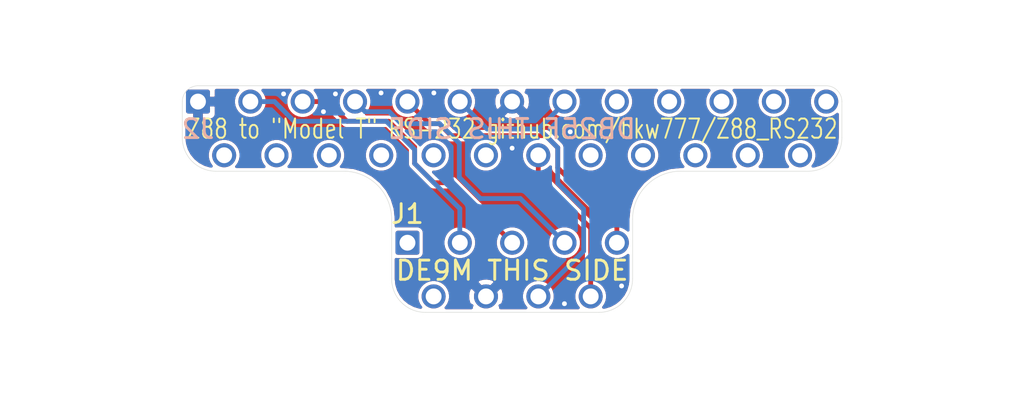
<source format=kicad_pcb>
(kicad_pcb (version 20171130) (host pcbnew 5.1.6-c6e7f7d~87~ubuntu20.04.1)

  (general
    (thickness 1.6)
    (drawings 19)
    (tracks 55)
    (zones 0)
    (modules 3)
    (nets 9)
  )

  (page A4)
  (layers
    (0 F.Cu signal)
    (31 B.Cu signal)
    (32 B.Adhes user hide)
    (33 F.Adhes user hide)
    (34 B.Paste user hide)
    (35 F.Paste user hide)
    (36 B.SilkS user)
    (37 F.SilkS user)
    (38 B.Mask user)
    (39 F.Mask user)
    (40 Dwgs.User user)
    (41 Cmts.User user hide)
    (42 Eco1.User user hide)
    (43 Eco2.User user hide)
    (44 Edge.Cuts user)
    (45 Margin user hide)
    (46 B.CrtYd user hide)
    (47 F.CrtYd user hide)
    (48 B.Fab user hide)
    (49 F.Fab user hide)
  )

  (setup
    (last_trace_width 0.1778)
    (user_trace_width 0.2032)
    (user_trace_width 0.254)
    (user_trace_width 0.4064)
    (trace_clearance 0.1778)
    (zone_clearance 0.1524)
    (zone_45_only no)
    (trace_min 0.1778)
    (via_size 0.4064)
    (via_drill 0.254)
    (via_min_size 0.4064)
    (via_min_drill 0.254)
    (user_via 0.4064 0.254)
    (uvia_size 0.4064)
    (uvia_drill 0.254)
    (uvias_allowed no)
    (uvia_min_size 0.4064)
    (uvia_min_drill 0.254)
    (edge_width 0.0254)
    (segment_width 0.1778)
    (pcb_text_width 0.2032)
    (pcb_text_size 1.2192 1.2192)
    (mod_edge_width 0.127)
    (mod_text_size 0.7112 0.7112)
    (mod_text_width 0.1016)
    (pad_size 1.7 1.7)
    (pad_drill 1)
    (pad_to_mask_clearance 0)
    (aux_axis_origin 0 0)
    (grid_origin 147.32 96.52)
    (visible_elements FFFFFF7F)
    (pcbplotparams
      (layerselection 0x010fc_ffffffff)
      (usegerberextensions false)
      (usegerberattributes false)
      (usegerberadvancedattributes false)
      (creategerberjobfile false)
      (excludeedgelayer true)
      (linewidth 0.100000)
      (plotframeref false)
      (viasonmask false)
      (mode 1)
      (useauxorigin false)
      (hpglpennumber 1)
      (hpglpenspeed 20)
      (hpglpendiameter 15.000000)
      (psnegative false)
      (psa4output false)
      (plotreference true)
      (plotvalue true)
      (plotinvisibletext false)
      (padsonsilk false)
      (subtractmaskfromsilk false)
      (outputformat 1)
      (mirror false)
      (drillshape 1)
      (scaleselection 1)
      (outputdirectory ""))
  )

  (net 0 "")
  (net 1 /DTR)
  (net 2 /DCD)
  (net 3 GND)
  (net 4 /CTS)
  (net 5 /RTS)
  (net 6 /RX)
  (net 7 /TX)
  (net 8 /DSR)

  (net_class Default "This is the default net class."
    (clearance 0.1778)
    (trace_width 0.1778)
    (via_dia 0.4064)
    (via_drill 0.254)
    (uvia_dia 0.4064)
    (uvia_drill 0.254)
    (diff_pair_width 0.1778)
    (diff_pair_gap 0.1778)
    (add_net /CTS)
    (add_net /DCD)
    (add_net /DSR)
    (add_net /DTR)
    (add_net /RTS)
    (add_net /RX)
    (add_net /TX)
    (add_net GND)
  )

  (module 0_LOCAL:DSUB-25_Female_Vertical_P2.77x2.84mm (layer B.Cu) (tedit 5F5851B1) (tstamp 5F576FDF)
    (at 131.1572 88.2904 180)
    (descr "25-pin D-Sub connector, straight/vertical, THT-mount, female, pitch 2.77x2.84mm, distance of mounting holes 47.1mm, see https://disti-assets.s3.amazonaws.com/tonar/files/datasheets/16730.pdf")
    (tags "25-pin D-Sub connector straight vertical THT female pitch 2.77x2.84mm mounting holes distance 47.1mm")
    (path /5F581501)
    (fp_text reference J2 (at 0 -1.4478 180) (layer B.SilkS)
      (effects (font (size 1 1) (thickness 0.15)) (justify mirror))
    )
    (fp_text value "DB25 Female" (at 5.54 -8.73 180) (layer B.Fab)
      (effects (font (size 1 1) (thickness 0.15)) (justify mirror))
    )
    (fp_text user %R (at 5.54 -1.42 180) (layer B.Fab)
      (effects (font (size 1 1) (thickness 0.15)) (justify mirror))
    )
    (fp_arc (start -0.205543 -3.77) (end -0.205543 -5.37) (angle 80) (layer B.Fab) (width 0.1))
    (fp_arc (start -33.034457 -3.77) (end -33.034457 -5.37) (angle -80) (layer B.Fab) (width 0.1))
    (fp_arc (start 0.623194 0.93) (end 0.623194 2.53) (angle -100) (layer B.Fab) (width 0.1))
    (fp_arc (start -33.863194 0.93) (end -33.863194 2.53) (angle 100) (layer B.Fab) (width 0.1))
    (fp_arc (start 8.93 -6.67) (end 9.93 -6.67) (angle -90) (layer B.Fab) (width 0.1))
    (fp_arc (start -42.17 -6.67) (end -43.17 -6.67) (angle 90) (layer B.Fab) (width 0.1))
    (fp_arc (start 8.93 3.83) (end 8.93 4.83) (angle -90) (layer B.Fab) (width 0.1))
    (fp_arc (start -42.17 3.83) (end -43.17 3.83) (angle -90) (layer B.Fab) (width 0.1))
    (fp_line (start -42.17 4.83) (end 8.93 4.83) (layer B.Fab) (width 0.1))
    (fp_line (start 9.93 3.83) (end 9.93 -6.67) (layer B.Fab) (width 0.1))
    (fp_line (start 8.93 -7.67) (end -42.17 -7.67) (layer B.Fab) (width 0.1))
    (fp_line (start -43.17 -6.67) (end -43.17 3.83) (layer B.Fab) (width 0.1))
    (fp_line (start -33.863194 2.53) (end 0.623194 2.53) (layer B.Fab) (width 0.1))
    (fp_line (start -33.034457 -5.37) (end -0.205543 -5.37) (layer B.Fab) (width 0.1))
    (fp_line (start 2.198887 0.652163) (end 1.37015 -4.047837) (layer B.Fab) (width 0.1))
    (fp_line (start -35.438887 0.652163) (end -34.61015 -4.047837) (layer B.Fab) (width 0.1))
    (fp_line (start -43.7 5.35) (end -43.7 -8.2) (layer B.CrtYd) (width 0.05))
    (fp_line (start -43.7 -8.2) (end 10.45 -8.2) (layer B.CrtYd) (width 0.05))
    (fp_line (start 10.45 -8.2) (end 10.45 5.35) (layer B.CrtYd) (width 0.05))
    (fp_line (start 10.45 5.35) (end -43.7 5.35) (layer B.CrtYd) (width 0.05))
    (pad 25 thru_hole circle (at -31.855 -2.84 180) (size 1.27 1.27) (drill 0.8382) (layers *.Cu *.Mask))
    (pad 24 thru_hole circle (at -29.085 -2.84 180) (size 1.27 1.27) (drill 0.8382) (layers *.Cu *.Mask))
    (pad 23 thru_hole circle (at -26.315 -2.84 180) (size 1.27 1.27) (drill 0.8382) (layers *.Cu *.Mask))
    (pad 22 thru_hole circle (at -23.545 -2.84 180) (size 1.27 1.27) (drill 0.8382) (layers *.Cu *.Mask))
    (pad 21 thru_hole circle (at -20.775 -2.84 180) (size 1.27 1.27) (drill 0.8382) (layers *.Cu *.Mask))
    (pad 20 thru_hole circle (at -18.005 -2.84 180) (size 1.27 1.27) (drill 0.8382) (layers *.Cu *.Mask)
      (net 1 /DTR))
    (pad 19 thru_hole circle (at -15.235 -2.84 180) (size 1.27 1.27) (drill 0.8382) (layers *.Cu *.Mask))
    (pad 18 thru_hole circle (at -12.465 -2.84 180) (size 1.27 1.27) (drill 0.8382) (layers *.Cu *.Mask))
    (pad 17 thru_hole circle (at -9.695 -2.84 180) (size 1.27 1.27) (drill 0.8382) (layers *.Cu *.Mask))
    (pad 16 thru_hole circle (at -6.925 -2.84 180) (size 1.27 1.27) (drill 0.8382) (layers *.Cu *.Mask))
    (pad 15 thru_hole circle (at -4.155 -2.84 180) (size 1.27 1.27) (drill 0.8382) (layers *.Cu *.Mask))
    (pad 14 thru_hole circle (at -1.385 -2.84 180) (size 1.27 1.27) (drill 0.8382) (layers *.Cu *.Mask))
    (pad 13 thru_hole circle (at -33.24 0 180) (size 1.27 1.27) (drill 0.8382) (layers *.Cu *.Mask))
    (pad 12 thru_hole circle (at -30.47 0 180) (size 1.27 1.27) (drill 0.8382) (layers *.Cu *.Mask))
    (pad 11 thru_hole circle (at -27.7 0 180) (size 1.27 1.27) (drill 0.8382) (layers *.Cu *.Mask))
    (pad 10 thru_hole circle (at -24.93 0 180) (size 1.27 1.27) (drill 0.8382) (layers *.Cu *.Mask))
    (pad 9 thru_hole circle (at -22.16 0 180) (size 1.27 1.27) (drill 0.8382) (layers *.Cu *.Mask))
    (pad 8 thru_hole circle (at -19.39 0 180) (size 1.27 1.27) (drill 0.8382) (layers *.Cu *.Mask)
      (net 2 /DCD))
    (pad 7 thru_hole circle (at -16.62 0 180) (size 1.27 1.27) (drill 0.8382) (layers *.Cu *.Mask)
      (net 3 GND))
    (pad 6 thru_hole circle (at -13.85 0 180) (size 1.27 1.27) (drill 0.8382) (layers *.Cu *.Mask)
      (net 8 /DSR))
    (pad 5 thru_hole circle (at -11.08 0 180) (size 1.27 1.27) (drill 0.8382) (layers *.Cu *.Mask)
      (net 4 /CTS))
    (pad 4 thru_hole circle (at -8.31 0 180) (size 1.27 1.27) (drill 0.8382) (layers *.Cu *.Mask)
      (net 5 /RTS))
    (pad 3 thru_hole circle (at -5.54 0 180) (size 1.27 1.27) (drill 0.8382) (layers *.Cu *.Mask)
      (net 6 /RX))
    (pad 2 thru_hole circle (at -2.77 0 180) (size 1.27 1.27) (drill 0.8382) (layers *.Cu *.Mask)
      (net 7 /TX))
    (pad 1 thru_hole roundrect (at 0 0 180) (size 1.27 1.27) (drill 0.8382) (layers *.Cu *.Mask) (roundrect_rratio 0.1)
      (net 3 GND))
    (model ${KIPRJMOD}/0_LOCAL.3dshapes/DSUB25_Female_v_t_cut.step
      (offset (xyz -16.62 -1.42 6.2992))
      (scale (xyz 1 1 1))
      (rotate (xyz 0 0 0))
    )
  )

  (module 0_LOCAL:DSUB-9_Male_Vertical_P2.77x2.84mm (layer F.Cu) (tedit 5F57BF9C) (tstamp 5F576FB5)
    (at 142.24 95.758)
    (descr "9-pin D-Sub connector, straight/vertical, THT-mount, male, pitch 2.77x2.84mm, distance of mounting holes 25mm, see https://disti-assets.s3.amazonaws.com/tonar/files/datasheets/16730.pdf")
    (tags "9-pin D-Sub connector straight vertical THT male pitch 2.77x2.84mm mounting holes distance 25mm")
    (path /5F04B532)
    (fp_text reference J1 (at 0 -1.524) (layer F.SilkS)
      (effects (font (size 1 1) (thickness 0.15)))
    )
    (fp_text value DE9_Male (at 5.54 8.73) (layer F.Fab)
      (effects (font (size 1 1) (thickness 0.15)))
    )
    (fp_line (start 21.5 -5.35) (end -10.4 -5.35) (layer F.CrtYd) (width 0.05))
    (fp_line (start 21.5 8.2) (end 21.5 -5.35) (layer F.CrtYd) (width 0.05))
    (fp_line (start -10.4 8.2) (end 21.5 8.2) (layer F.CrtYd) (width 0.05))
    (fp_line (start -10.4 -5.35) (end -10.4 8.2) (layer F.CrtYd) (width 0.05))
    (fp_line (start -2.278887 -0.852163) (end -1.379619 4.247837) (layer F.Fab) (width 0.1))
    (fp_line (start 13.358887 -0.852163) (end 12.459619 4.247837) (layer F.Fab) (width 0.1))
    (fp_line (start 0.196073 5.57) (end 10.883927 5.57) (layer F.Fab) (width 0.1))
    (fp_line (start -0.703194 -2.73) (end 11.783194 -2.73) (layer F.Fab) (width 0.1))
    (fp_line (start -9.885 6.67) (end -9.885 -3.83) (layer F.Fab) (width 0.1))
    (fp_line (start 19.965 7.67) (end -8.885 7.67) (layer F.Fab) (width 0.1))
    (fp_line (start 20.965 -3.83) (end 20.965 6.67) (layer F.Fab) (width 0.1))
    (fp_line (start -8.885 -4.83) (end 19.965 -4.83) (layer F.Fab) (width 0.1))
    (fp_text user %R (at 5.54 1.42) (layer F.Fab)
      (effects (font (size 1 1) (thickness 0.15)))
    )
    (fp_arc (start 10.883927 3.97) (end 10.883927 5.57) (angle -80) (layer F.Fab) (width 0.1))
    (fp_arc (start 0.196073 3.97) (end 0.196073 5.57) (angle 80) (layer F.Fab) (width 0.1))
    (fp_arc (start 11.783194 -1.13) (end 11.783194 -2.73) (angle 100) (layer F.Fab) (width 0.1))
    (fp_arc (start -0.703194 -1.13) (end -0.703194 -2.73) (angle -100) (layer F.Fab) (width 0.1))
    (fp_arc (start 19.965 6.67) (end 20.965 6.67) (angle 90) (layer F.Fab) (width 0.1))
    (fp_arc (start -8.885 6.67) (end -9.885 6.67) (angle -90) (layer F.Fab) (width 0.1))
    (fp_arc (start 19.965 -3.83) (end 19.965 -4.83) (angle 90) (layer F.Fab) (width 0.1))
    (fp_arc (start -8.885 -3.83) (end -9.885 -3.83) (angle 90) (layer F.Fab) (width 0.1))
    (pad 9 thru_hole circle (at 9.695 2.84) (size 1.27 1.27) (drill 0.8382) (layers *.Cu *.Mask)
      (net 1 /DTR))
    (pad 8 thru_hole circle (at 6.925 2.84) (size 1.27 1.27) (drill 0.8382) (layers *.Cu *.Mask)
      (net 2 /DCD))
    (pad 7 thru_hole circle (at 4.155 2.84) (size 1.27 1.27) (drill 0.8382) (layers *.Cu *.Mask)
      (net 3 GND))
    (pad 6 thru_hole circle (at 1.385 2.84) (size 1.27 1.27) (drill 0.8382) (layers *.Cu *.Mask))
    (pad 5 thru_hole circle (at 11.08 0) (size 1.27 1.27) (drill 0.8382) (layers *.Cu *.Mask)
      (net 4 /CTS))
    (pad 4 thru_hole circle (at 8.31 0) (size 1.27 1.27) (drill 0.8382) (layers *.Cu *.Mask)
      (net 5 /RTS))
    (pad 3 thru_hole circle (at 5.54 0) (size 1.27 1.27) (drill 0.8382) (layers *.Cu *.Mask)
      (net 6 /RX))
    (pad 2 thru_hole circle (at 2.77 0) (size 1.27 1.27) (drill 0.8382) (layers *.Cu *.Mask)
      (net 7 /TX))
    (pad 1 thru_hole roundrect (at 0 0) (size 1.27 1.27) (drill 0.8382) (layers *.Cu *.Mask) (roundrect_rratio 0.1))
    (model ${KIPRJMOD}/0_LOCAL.3dshapes/A_DS_9_PP_Z_cut.step
      (offset (xyz 5.54 -1.42 6.3))
      (scale (xyz 1 1 1))
      (rotate (xyz 0 0 0))
    )
  )

  (module 0_LOCAL:NetTie-2_SMD_10 (layer B.Cu) (tedit 5F3D08F8) (tstamp 5F57FA71)
    (at 147.7772 89.7382 180)
    (descr "Net tie, 2 pin, 0.5mm square SMD pads")
    (tags "net tie")
    (path /5F578708)
    (attr virtual)
    (fp_text reference NT1 (at 0 1.2) (layer B.SilkS) hide
      (effects (font (size 1 1) (thickness 0.15)) (justify mirror))
    )
    (fp_text value Net-Tie_2 (at 0 -1.2) (layer B.Fab) hide
      (effects (font (size 1 1) (thickness 0.15)) (justify mirror))
    )
    (fp_line (start -1 0.5) (end -1 -0.5) (layer B.CrtYd) (width 0.05))
    (fp_line (start -1 -0.5) (end 1 -0.5) (layer B.CrtYd) (width 0.05))
    (fp_line (start 1 -0.5) (end 1 0.5) (layer B.CrtYd) (width 0.05))
    (fp_line (start 1 0.5) (end -1 0.5) (layer B.CrtYd) (width 0.05))
    (fp_poly (pts (xy -0.254 0.127) (xy 0.254 0.127) (xy 0.254 -0.127) (xy -0.254 -0.127)) (layer B.Cu) (width 0))
    (pad 2 smd circle (at 0.254 0 180) (size 0.254 0.254) (layers B.Cu)
      (net 8 /DSR))
    (pad 1 smd circle (at -0.254 0 180) (size 0.254 0.254) (layers B.Cu)
      (net 2 /DCD))
  )

  (gr_arc (start 156.6926 94.5134) (end 156.6926 91.9734) (angle -90) (layer Edge.Cuts) (width 0.0254) (tstamp 5F57F1F7))
  (gr_arc (start 138.8618 94.5134) (end 141.4018 94.5134) (angle -90) (layer Edge.Cuts) (width 0.0254))
  (gr_text "Z88 to \"Model T\" RS-232 github.com/bkw777/Z88_RS232" (at 147.7772 89.7382) (layer F.SilkS) (tstamp 5F57EC00)
    (effects (font (size 1.016 0.762) (thickness 0.1016)))
  )
  (gr_text "DB25F THIS SIDE" (at 147.7772 89.7382) (layer B.SilkS) (tstamp 5F57EAC6)
    (effects (font (size 1.016 1.016) (thickness 0.1524)) (justify mirror))
  )
  (gr_text "DE9M THIS SIDE" (at 147.7772 97.2312) (layer F.SilkS)
    (effects (font (size 1.016 1.016) (thickness 0.1524)))
  )
  (gr_line (start 165.227 88.2904) (end 165.227 90.1954) (layer Edge.Cuts) (width 0.0254) (tstamp 5F57D4BA))
  (gr_line (start 156.6926 91.9734) (end 163.449 91.9734) (layer Edge.Cuts) (width 0.0254))
  (gr_arc (start 163.449 90.1954) (end 163.449 91.9734) (angle -90) (layer Edge.Cuts) (width 0.0254) (tstamp 5F57D4B6))
  (gr_line (start 131.1656 87.4522) (end 164.3888 87.4522) (layer Edge.Cuts) (width 0.0254) (tstamp 5F57D4B3))
  (gr_arc (start 164.3888 88.2904) (end 165.227 88.2904) (angle -90) (layer Edge.Cuts) (width 0.0254))
  (gr_arc (start 131.1656 88.2904) (end 131.1656 87.4522) (angle -90) (layer Edge.Cuts) (width 0.0254))
  (gr_line (start 138.8618 91.9734) (end 132.1054 91.9734) (layer Edge.Cuts) (width 0.0254))
  (gr_line (start 141.4018 97.663) (end 141.4018 94.5134) (layer Edge.Cuts) (width 0.0254))
  (gr_line (start 152.3746 99.441) (end 143.1798 99.441) (layer Edge.Cuts) (width 0.0254))
  (gr_arc (start 143.1798 97.663) (end 141.4018 97.663) (angle -90) (layer Edge.Cuts) (width 0.0254) (tstamp 5F57D232))
  (gr_line (start 154.1526 97.663) (end 154.1526 94.5134) (layer Edge.Cuts) (width 0.0254))
  (gr_arc (start 132.1054 90.1954) (end 130.3274 90.1954) (angle -90) (layer Edge.Cuts) (width 0.0254) (tstamp 5F577CFB))
  (gr_arc (start 152.3746 97.663) (end 152.3746 99.441) (angle -90) (layer Edge.Cuts) (width 0.0254) (tstamp 5F577CDC))
  (gr_line (start 130.3274 90.1954) (end 130.3274 88.2904) (layer Edge.Cuts) (width 0.0254) (tstamp 5F576BE1))

  (segment (start 149.1622 92.2154) (end 149.1622 91.1304) (width 0.254) (layer F.Cu) (net 1))
  (segment (start 151.935 94.9882) (end 149.1622 92.2154) (width 0.254) (layer F.Cu) (net 1))
  (segment (start 151.935 98.598) (end 151.935 94.9882) (width 0.254) (layer F.Cu) (net 1))
  (segment (start 149.1742 89.7382) (end 148.0312 89.7382) (width 0.254) (layer B.Cu) (net 2))
  (segment (start 150.5472 88.3652) (end 149.1742 89.7382) (width 0.254) (layer B.Cu) (net 2))
  (segment (start 150.5472 88.2904) (end 150.5472 88.3652) (width 0.254) (layer B.Cu) (net 2))
  (segment (start 149.1996 89.7382) (end 149.1742 89.7382) (width 0.254) (layer B.Cu) (net 2))
  (segment (start 150.1902 90.7288) (end 149.1996 89.7382) (width 0.254) (layer B.Cu) (net 2))
  (segment (start 150.1902 92.6056) (end 150.1902 90.7288) (width 0.254) (layer B.Cu) (net 2))
  (segment (start 151.5618 96.2012) (end 151.5618 93.9772) (width 0.254) (layer B.Cu) (net 2))
  (segment (start 151.5618 93.9772) (end 150.1902 92.6056) (width 0.254) (layer B.Cu) (net 2))
  (segment (start 149.165 98.598) (end 151.5618 96.2012) (width 0.254) (layer B.Cu) (net 2))
  (via (at 140.843 87.8332) (size 0.4064) (drill 0.254) (layers F.Cu B.Cu) (net 3))
  (via (at 150.8506 89.8906) (size 0.4064) (drill 0.254) (layers F.Cu B.Cu) (net 3))
  (via (at 143.637 87.8332) (size 0.4064) (drill 0.254) (layers F.Cu B.Cu) (net 3))
  (via (at 135.6868 87.884) (size 0.4064) (drill 0.254) (layers F.Cu B.Cu) (net 3))
  (via (at 138.43 87.884) (size 0.4064) (drill 0.254) (layers F.Cu B.Cu) (net 3))
  (via (at 137.795 88.8238) (size 0.4064) (drill 0.254) (layers F.Cu B.Cu) (net 3))
  (via (at 147.7772 90.7542) (size 0.4064) (drill 0.254) (layers F.Cu B.Cu) (net 3))
  (via (at 150.5458 98.9838) (size 0.4064) (drill 0.254) (layers F.Cu B.Cu) (net 3))
  (via (at 153.5684 98.044) (size 0.4064) (drill 0.254) (layers F.Cu B.Cu) (net 3))
  (segment (start 153.32 94.9254) (end 153.32 95.758) (width 0.254) (layer F.Cu) (net 4))
  (segment (start 150.1902 91.7956) (end 153.32 94.9254) (width 0.254) (layer F.Cu) (net 4))
  (segment (start 150.1902 90.7288) (end 150.1902 91.7956) (width 0.254) (layer F.Cu) (net 4))
  (segment (start 149.5552 90.0938) (end 150.1902 90.7288) (width 0.254) (layer F.Cu) (net 4))
  (segment (start 144.5514 90.0938) (end 149.5552 90.0938) (width 0.254) (layer F.Cu) (net 4))
  (segment (start 143.9164 89.4588) (end 144.5514 90.0938) (width 0.254) (layer F.Cu) (net 4))
  (segment (start 143.4056 89.4588) (end 143.9164 89.4588) (width 0.254) (layer F.Cu) (net 4))
  (segment (start 142.2372 88.2904) (end 143.4056 89.4588) (width 0.254) (layer F.Cu) (net 4))
  (segment (start 148.2132 93.4212) (end 150.55 95.758) (width 0.254) (layer B.Cu) (net 5))
  (segment (start 146.1008 93.4212) (end 148.2132 93.4212) (width 0.254) (layer B.Cu) (net 5))
  (segment (start 144.9832 92.3036) (end 146.1008 93.4212) (width 0.254) (layer B.Cu) (net 5))
  (segment (start 144.9832 90.5002) (end 144.9832 92.3036) (width 0.254) (layer B.Cu) (net 5))
  (segment (start 143.9418 89.4588) (end 144.9832 90.5002) (width 0.254) (layer B.Cu) (net 5))
  (segment (start 141.9098 89.4588) (end 143.9418 89.4588) (width 0.254) (layer B.Cu) (net 5))
  (segment (start 141.2748 88.8238) (end 141.9098 89.4588) (width 0.254) (layer B.Cu) (net 5))
  (segment (start 140.0006 88.8238) (end 141.2748 88.8238) (width 0.254) (layer B.Cu) (net 5))
  (segment (start 139.4672 88.2904) (end 140.0006 88.8238) (width 0.254) (layer B.Cu) (net 5))
  (segment (start 144.605 92.583) (end 147.78 95.758) (width 0.254) (layer F.Cu) (net 6))
  (segment (start 143.637 92.583) (end 144.605 92.583) (width 0.254) (layer F.Cu) (net 6))
  (segment (start 142.621 91.567) (end 143.637 92.583) (width 0.254) (layer F.Cu) (net 6))
  (segment (start 141.2494 89.3318) (end 142.621 90.7034) (width 0.254) (layer F.Cu) (net 6))
  (segment (start 139.0396 89.3318) (end 141.2494 89.3318) (width 0.254) (layer F.Cu) (net 6))
  (segment (start 142.621 90.7034) (end 142.621 91.567) (width 0.254) (layer F.Cu) (net 6))
  (segment (start 137.9982 88.2904) (end 139.0396 89.3318) (width 0.254) (layer F.Cu) (net 6))
  (segment (start 136.6972 88.2904) (end 137.9982 88.2904) (width 0.254) (layer F.Cu) (net 6))
  (segment (start 145.01 93.956) (end 145.01 95.758) (width 0.254) (layer B.Cu) (net 7))
  (segment (start 142.621 91.567) (end 145.01 93.956) (width 0.254) (layer B.Cu) (net 7))
  (segment (start 142.621 90.8304) (end 142.621 91.567) (width 0.254) (layer B.Cu) (net 7))
  (segment (start 136.2456 89.3318) (end 141.1224 89.3318) (width 0.254) (layer B.Cu) (net 7))
  (segment (start 135.2042 88.2904) (end 136.2456 89.3318) (width 0.254) (layer B.Cu) (net 7))
  (segment (start 141.1224 89.3318) (end 142.621 90.8304) (width 0.254) (layer B.Cu) (net 7))
  (segment (start 133.9272 88.2904) (end 135.2042 88.2904) (width 0.254) (layer B.Cu) (net 7))
  (segment (start 146.455 89.7382) (end 145.0072 88.2904) (width 0.254) (layer B.Cu) (net 8))
  (segment (start 147.5232 89.7382) (end 146.455 89.7382) (width 0.254) (layer B.Cu) (net 8))

  (zone (net 3) (net_name GND) (layer F.Cu) (tstamp 0) (hatch edge 0.508)
    (connect_pads (clearance 0.1524))
    (min_thickness 0.1524)
    (fill yes (arc_segments 32) (thermal_gap 0.254) (thermal_bridge_width 0.508) (smoothing fillet) (radius 0.0762))
    (polygon
      (pts
        (xy 166.878 101.854) (xy 128.524 101.854) (xy 128.524 85.598) (xy 166.878 85.598)
      )
    )
    (filled_polygon
      (pts
        (xy 133.236669 87.723696) (xy 133.139379 87.869301) (xy 133.072364 88.031088) (xy 133.0382 88.202841) (xy 133.0382 88.377959)
        (xy 133.072364 88.549712) (xy 133.139379 88.711499) (xy 133.236669 88.857104) (xy 133.360496 88.980931) (xy 133.506101 89.078221)
        (xy 133.667888 89.145236) (xy 133.839641 89.1794) (xy 134.014759 89.1794) (xy 134.186512 89.145236) (xy 134.348299 89.078221)
        (xy 134.493904 88.980931) (xy 134.617731 88.857104) (xy 134.715021 88.711499) (xy 134.782036 88.549712) (xy 134.8162 88.377959)
        (xy 134.8162 88.202841) (xy 134.782036 88.031088) (xy 134.715021 87.869301) (xy 134.617731 87.723696) (xy 134.587535 87.6935)
        (xy 136.036865 87.6935) (xy 136.006669 87.723696) (xy 135.909379 87.869301) (xy 135.842364 88.031088) (xy 135.8082 88.202841)
        (xy 135.8082 88.377959) (xy 135.842364 88.549712) (xy 135.909379 88.711499) (xy 136.006669 88.857104) (xy 136.130496 88.980931)
        (xy 136.276101 89.078221) (xy 136.437888 89.145236) (xy 136.609641 89.1794) (xy 136.784759 89.1794) (xy 136.956512 89.145236)
        (xy 137.118299 89.078221) (xy 137.263904 88.980931) (xy 137.387731 88.857104) (xy 137.485021 88.711499) (xy 137.501631 88.6714)
        (xy 137.840386 88.6714) (xy 138.756959 89.587974) (xy 138.768889 89.602511) (xy 138.783424 89.614439) (xy 138.826903 89.650122)
        (xy 138.866891 89.671496) (xy 138.893092 89.685501) (xy 138.964911 89.707287) (xy 139.020887 89.7128) (xy 139.020889 89.7128)
        (xy 139.039599 89.714643) (xy 139.058309 89.7128) (xy 141.091586 89.7128) (xy 142.24 90.861215) (xy 142.240001 91.54828)
        (xy 142.238157 91.567) (xy 142.243596 91.622214) (xy 142.245514 91.641689) (xy 142.248717 91.652249) (xy 142.267299 91.713507)
        (xy 142.302678 91.779696) (xy 142.322599 91.803969) (xy 142.35029 91.837711) (xy 142.364827 91.849641) (xy 143.354359 92.839174)
        (xy 143.366289 92.853711) (xy 143.393616 92.876137) (xy 143.424303 92.901322) (xy 143.488971 92.935888) (xy 143.490492 92.936701)
        (xy 143.562311 92.958487) (xy 143.618287 92.964) (xy 143.61829 92.964) (xy 143.637 92.965843) (xy 143.65571 92.964)
        (xy 144.447186 92.964) (xy 146.941774 95.458589) (xy 146.925164 95.498688) (xy 146.891 95.670441) (xy 146.891 95.845559)
        (xy 146.925164 96.017312) (xy 146.992179 96.179099) (xy 147.089469 96.324704) (xy 147.213296 96.448531) (xy 147.358901 96.545821)
        (xy 147.520688 96.612836) (xy 147.692441 96.647) (xy 147.867559 96.647) (xy 148.039312 96.612836) (xy 148.201099 96.545821)
        (xy 148.346704 96.448531) (xy 148.470531 96.324704) (xy 148.567821 96.179099) (xy 148.634836 96.017312) (xy 148.669 95.845559)
        (xy 148.669 95.670441) (xy 149.661 95.670441) (xy 149.661 95.845559) (xy 149.695164 96.017312) (xy 149.762179 96.179099)
        (xy 149.859469 96.324704) (xy 149.983296 96.448531) (xy 150.128901 96.545821) (xy 150.290688 96.612836) (xy 150.462441 96.647)
        (xy 150.637559 96.647) (xy 150.809312 96.612836) (xy 150.971099 96.545821) (xy 151.116704 96.448531) (xy 151.240531 96.324704)
        (xy 151.337821 96.179099) (xy 151.404836 96.017312) (xy 151.439 95.845559) (xy 151.439 95.670441) (xy 151.404836 95.498688)
        (xy 151.337821 95.336901) (xy 151.240531 95.191296) (xy 151.116704 95.067469) (xy 150.971099 94.970179) (xy 150.809312 94.903164)
        (xy 150.637559 94.869) (xy 150.462441 94.869) (xy 150.290688 94.903164) (xy 150.128901 94.970179) (xy 149.983296 95.067469)
        (xy 149.859469 95.191296) (xy 149.762179 95.336901) (xy 149.695164 95.498688) (xy 149.661 95.670441) (xy 148.669 95.670441)
        (xy 148.634836 95.498688) (xy 148.567821 95.336901) (xy 148.470531 95.191296) (xy 148.346704 95.067469) (xy 148.201099 94.970179)
        (xy 148.039312 94.903164) (xy 147.867559 94.869) (xy 147.692441 94.869) (xy 147.520688 94.903164) (xy 147.480589 94.919774)
        (xy 144.887646 92.326832) (xy 144.875711 92.312289) (xy 144.817696 92.264678) (xy 144.751508 92.229299) (xy 144.679689 92.207513)
        (xy 144.623713 92.202) (xy 144.62371 92.202) (xy 144.605 92.200157) (xy 144.58629 92.202) (xy 143.794815 92.202)
        (xy 143.612215 92.0194) (xy 143.709759 92.0194) (xy 143.881512 91.985236) (xy 144.043299 91.918221) (xy 144.188904 91.820931)
        (xy 144.312731 91.697104) (xy 144.410021 91.551499) (xy 144.477036 91.389712) (xy 144.5112 91.217959) (xy 144.5112 91.042841)
        (xy 144.477036 90.871088) (xy 144.410021 90.709301) (xy 144.312731 90.563696) (xy 144.188904 90.439869) (xy 144.043299 90.342579)
        (xy 143.881512 90.275564) (xy 143.709759 90.2414) (xy 143.534641 90.2414) (xy 143.362888 90.275564) (xy 143.201101 90.342579)
        (xy 143.055496 90.439869) (xy 142.962082 90.533283) (xy 142.939323 90.490705) (xy 142.939322 90.490703) (xy 142.905188 90.449111)
        (xy 142.891711 90.432689) (xy 142.877175 90.42076) (xy 141.532046 89.075632) (xy 141.520111 89.061089) (xy 141.462096 89.013478)
        (xy 141.395908 88.978099) (xy 141.324089 88.956313) (xy 141.268113 88.9508) (xy 141.26811 88.9508) (xy 141.2494 88.948957)
        (xy 141.23069 88.9508) (xy 140.064035 88.9508) (xy 140.157731 88.857104) (xy 140.255021 88.711499) (xy 140.322036 88.549712)
        (xy 140.3562 88.377959) (xy 140.3562 88.202841) (xy 140.322036 88.031088) (xy 140.255021 87.869301) (xy 140.157731 87.723696)
        (xy 140.127535 87.6935) (xy 141.576865 87.6935) (xy 141.546669 87.723696) (xy 141.449379 87.869301) (xy 141.382364 88.031088)
        (xy 141.3482 88.202841) (xy 141.3482 88.377959) (xy 141.382364 88.549712) (xy 141.449379 88.711499) (xy 141.546669 88.857104)
        (xy 141.670496 88.980931) (xy 141.816101 89.078221) (xy 141.977888 89.145236) (xy 142.149641 89.1794) (xy 142.324759 89.1794)
        (xy 142.496512 89.145236) (xy 142.536612 89.128626) (xy 143.122959 89.714974) (xy 143.134889 89.729511) (xy 143.149424 89.741439)
        (xy 143.192903 89.777122) (xy 143.256585 89.811161) (xy 143.259092 89.812501) (xy 143.330911 89.834287) (xy 143.386887 89.8398)
        (xy 143.386889 89.8398) (xy 143.405599 89.841643) (xy 143.424309 89.8398) (xy 143.758586 89.8398) (xy 144.268763 90.349979)
        (xy 144.280689 90.364511) (xy 144.295221 90.376437) (xy 144.295224 90.37644) (xy 144.338703 90.412122) (xy 144.373239 90.430582)
        (xy 144.404892 90.447501) (xy 144.476711 90.469287) (xy 144.532687 90.4748) (xy 144.53269 90.4748) (xy 144.5514 90.476643)
        (xy 144.57011 90.4748) (xy 145.790565 90.4748) (xy 145.701669 90.563696) (xy 145.604379 90.709301) (xy 145.537364 90.871088)
        (xy 145.5032 91.042841) (xy 145.5032 91.217959) (xy 145.537364 91.389712) (xy 145.604379 91.551499) (xy 145.701669 91.697104)
        (xy 145.825496 91.820931) (xy 145.971101 91.918221) (xy 146.132888 91.985236) (xy 146.304641 92.0194) (xy 146.479759 92.0194)
        (xy 146.651512 91.985236) (xy 146.813299 91.918221) (xy 146.958904 91.820931) (xy 147.082731 91.697104) (xy 147.180021 91.551499)
        (xy 147.247036 91.389712) (xy 147.2812 91.217959) (xy 147.2812 91.042841) (xy 147.247036 90.871088) (xy 147.180021 90.709301)
        (xy 147.082731 90.563696) (xy 146.993835 90.4748) (xy 148.560565 90.4748) (xy 148.471669 90.563696) (xy 148.374379 90.709301)
        (xy 148.307364 90.871088) (xy 148.2732 91.042841) (xy 148.2732 91.217959) (xy 148.307364 91.389712) (xy 148.374379 91.551499)
        (xy 148.471669 91.697104) (xy 148.595496 91.820931) (xy 148.741101 91.918221) (xy 148.7812 91.934831) (xy 148.7812 92.19669)
        (xy 148.779357 92.2154) (xy 148.7812 92.23411) (xy 148.7812 92.234112) (xy 148.786713 92.290088) (xy 148.804857 92.3499)
        (xy 148.808499 92.361907) (xy 148.843878 92.428096) (xy 148.859866 92.447577) (xy 148.891489 92.486111) (xy 148.906032 92.498046)
        (xy 151.554001 95.146016) (xy 151.554 97.793569) (xy 151.513901 97.810179) (xy 151.368296 97.907469) (xy 151.244469 98.031296)
        (xy 151.147179 98.176901) (xy 151.080164 98.338688) (xy 151.046 98.510441) (xy 151.046 98.685559) (xy 151.080164 98.857312)
        (xy 151.147179 99.019099) (xy 151.244469 99.164704) (xy 151.279465 99.1997) (xy 149.820535 99.1997) (xy 149.855531 99.164704)
        (xy 149.952821 99.019099) (xy 150.019836 98.857312) (xy 150.054 98.685559) (xy 150.054 98.510441) (xy 150.019836 98.338688)
        (xy 149.952821 98.176901) (xy 149.855531 98.031296) (xy 149.731704 97.907469) (xy 149.586099 97.810179) (xy 149.424312 97.743164)
        (xy 149.252559 97.709) (xy 149.077441 97.709) (xy 148.905688 97.743164) (xy 148.743901 97.810179) (xy 148.598296 97.907469)
        (xy 148.474469 98.031296) (xy 148.377179 98.176901) (xy 148.310164 98.338688) (xy 148.276 98.510441) (xy 148.276 98.685559)
        (xy 148.310164 98.857312) (xy 148.377179 99.019099) (xy 148.474469 99.164704) (xy 148.509465 99.1997) (xy 147.164382 99.1997)
        (xy 147.206266 99.157816) (xy 147.13543 99.08698) (xy 147.270852 99.014571) (xy 147.335292 98.835696) (xy 147.363596 98.647687)
        (xy 147.354678 98.457768) (xy 147.30888 98.273239) (xy 147.270852 98.181429) (xy 147.135428 98.109019) (xy 146.646447 98.598)
        (xy 146.66059 98.612143) (xy 146.409143 98.86359) (xy 146.395 98.849447) (xy 146.380858 98.86359) (xy 146.129411 98.612143)
        (xy 146.143553 98.598) (xy 145.654572 98.109019) (xy 145.519148 98.181429) (xy 145.454708 98.360304) (xy 145.426404 98.548313)
        (xy 145.435322 98.738232) (xy 145.48112 98.922761) (xy 145.519148 99.014571) (xy 145.65457 99.08698) (xy 145.583734 99.157816)
        (xy 145.625618 99.1997) (xy 144.280535 99.1997) (xy 144.315531 99.164704) (xy 144.412821 99.019099) (xy 144.479836 98.857312)
        (xy 144.514 98.685559) (xy 144.514 98.510441) (xy 144.479836 98.338688) (xy 144.412821 98.176901) (xy 144.315531 98.031296)
        (xy 144.191704 97.907469) (xy 144.117028 97.857572) (xy 145.906019 97.857572) (xy 146.395 98.346553) (xy 146.883981 97.857572)
        (xy 146.811571 97.722148) (xy 146.632696 97.657708) (xy 146.444687 97.629404) (xy 146.254768 97.638322) (xy 146.070239 97.68412)
        (xy 145.978429 97.722148) (xy 145.906019 97.857572) (xy 144.117028 97.857572) (xy 144.046099 97.810179) (xy 143.884312 97.743164)
        (xy 143.712559 97.709) (xy 143.537441 97.709) (xy 143.365688 97.743164) (xy 143.203901 97.810179) (xy 143.058296 97.907469)
        (xy 142.934469 98.031296) (xy 142.837179 98.176901) (xy 142.770164 98.338688) (xy 142.736 98.510441) (xy 142.736 98.685559)
        (xy 142.770164 98.857312) (xy 142.837179 99.019099) (xy 142.934469 99.164704) (xy 142.945317 99.175552) (xy 142.881545 99.169299)
        (xy 142.594652 99.082681) (xy 142.330041 98.941985) (xy 142.097805 98.752578) (xy 141.906777 98.521664) (xy 141.76424 98.258049)
        (xy 141.67562 97.971763) (xy 141.6431 97.662359) (xy 141.6431 96.636537) (xy 141.657431 96.640884) (xy 141.732 96.648228)
        (xy 142.748 96.648228) (xy 142.822569 96.640884) (xy 142.894272 96.619133) (xy 142.960354 96.583811) (xy 143.018276 96.536276)
        (xy 143.065811 96.478354) (xy 143.101133 96.412272) (xy 143.122884 96.340569) (xy 143.130228 96.266) (xy 143.130228 95.670441)
        (xy 144.121 95.670441) (xy 144.121 95.845559) (xy 144.155164 96.017312) (xy 144.222179 96.179099) (xy 144.319469 96.324704)
        (xy 144.443296 96.448531) (xy 144.588901 96.545821) (xy 144.750688 96.612836) (xy 144.922441 96.647) (xy 145.097559 96.647)
        (xy 145.269312 96.612836) (xy 145.431099 96.545821) (xy 145.576704 96.448531) (xy 145.700531 96.324704) (xy 145.797821 96.179099)
        (xy 145.864836 96.017312) (xy 145.899 95.845559) (xy 145.899 95.670441) (xy 145.864836 95.498688) (xy 145.797821 95.336901)
        (xy 145.700531 95.191296) (xy 145.576704 95.067469) (xy 145.431099 94.970179) (xy 145.269312 94.903164) (xy 145.097559 94.869)
        (xy 144.922441 94.869) (xy 144.750688 94.903164) (xy 144.588901 94.970179) (xy 144.443296 95.067469) (xy 144.319469 95.191296)
        (xy 144.222179 95.336901) (xy 144.155164 95.498688) (xy 144.121 95.670441) (xy 143.130228 95.670441) (xy 143.130228 95.25)
        (xy 143.122884 95.175431) (xy 143.101133 95.103728) (xy 143.065811 95.037646) (xy 143.018276 94.979724) (xy 142.960354 94.932189)
        (xy 142.894272 94.896867) (xy 142.822569 94.875116) (xy 142.748 94.867772) (xy 141.732 94.867772) (xy 141.657431 94.875116)
        (xy 141.6431 94.879463) (xy 141.6431 94.501551) (xy 141.643059 94.501135) (xy 141.643037 94.494824) (xy 141.641971 94.484328)
        (xy 141.642044 94.473799) (xy 141.641716 94.470446) (xy 141.589899 93.977439) (xy 141.585502 93.956018) (xy 141.581403 93.934533)
        (xy 141.58043 93.931308) (xy 141.433841 93.457756) (xy 141.42536 93.437581) (xy 141.417173 93.417317) (xy 141.415591 93.414342)
        (xy 141.179814 92.978282) (xy 141.167594 92.960165) (xy 141.155609 92.941851) (xy 141.15348 92.93924) (xy 140.837496 92.55728)
        (xy 140.821979 92.541872) (xy 140.806676 92.526244) (xy 140.80408 92.524096) (xy 140.419924 92.210786) (xy 140.401721 92.198692)
        (xy 140.383662 92.186327) (xy 140.380698 92.184725) (xy 139.943002 91.951998) (xy 139.922783 91.943664) (xy 139.902681 91.935049)
        (xy 139.899463 91.934052) (xy 139.424898 91.790773) (xy 139.403472 91.786531) (xy 139.382053 91.781978) (xy 139.378702 91.781626)
        (xy 138.885347 91.733252) (xy 138.885345 91.733252) (xy 138.873649 91.7321) (xy 138.737735 91.7321) (xy 138.772731 91.697104)
        (xy 138.870021 91.551499) (xy 138.937036 91.389712) (xy 138.9712 91.217959) (xy 138.9712 91.042841) (xy 139.9632 91.042841)
        (xy 139.9632 91.217959) (xy 139.997364 91.389712) (xy 140.064379 91.551499) (xy 140.161669 91.697104) (xy 140.285496 91.820931)
        (xy 140.431101 91.918221) (xy 140.592888 91.985236) (xy 140.764641 92.0194) (xy 140.939759 92.0194) (xy 141.111512 91.985236)
        (xy 141.273299 91.918221) (xy 141.418904 91.820931) (xy 141.542731 91.697104) (xy 141.640021 91.551499) (xy 141.707036 91.389712)
        (xy 141.7412 91.217959) (xy 141.7412 91.042841) (xy 141.707036 90.871088) (xy 141.640021 90.709301) (xy 141.542731 90.563696)
        (xy 141.418904 90.439869) (xy 141.273299 90.342579) (xy 141.111512 90.275564) (xy 140.939759 90.2414) (xy 140.764641 90.2414)
        (xy 140.592888 90.275564) (xy 140.431101 90.342579) (xy 140.285496 90.439869) (xy 140.161669 90.563696) (xy 140.064379 90.709301)
        (xy 139.997364 90.871088) (xy 139.9632 91.042841) (xy 138.9712 91.042841) (xy 138.937036 90.871088) (xy 138.870021 90.709301)
        (xy 138.772731 90.563696) (xy 138.648904 90.439869) (xy 138.503299 90.342579) (xy 138.341512 90.275564) (xy 138.169759 90.2414)
        (xy 137.994641 90.2414) (xy 137.822888 90.275564) (xy 137.661101 90.342579) (xy 137.515496 90.439869) (xy 137.391669 90.563696)
        (xy 137.294379 90.709301) (xy 137.227364 90.871088) (xy 137.1932 91.042841) (xy 137.1932 91.217959) (xy 137.227364 91.389712)
        (xy 137.294379 91.551499) (xy 137.391669 91.697104) (xy 137.426665 91.7321) (xy 135.967735 91.7321) (xy 136.002731 91.697104)
        (xy 136.100021 91.551499) (xy 136.167036 91.389712) (xy 136.2012 91.217959) (xy 136.2012 91.042841) (xy 136.167036 90.871088)
        (xy 136.100021 90.709301) (xy 136.002731 90.563696) (xy 135.878904 90.439869) (xy 135.733299 90.342579) (xy 135.571512 90.275564)
        (xy 135.399759 90.2414) (xy 135.224641 90.2414) (xy 135.052888 90.275564) (xy 134.891101 90.342579) (xy 134.745496 90.439869)
        (xy 134.621669 90.563696) (xy 134.524379 90.709301) (xy 134.457364 90.871088) (xy 134.4232 91.042841) (xy 134.4232 91.217959)
        (xy 134.457364 91.389712) (xy 134.524379 91.551499) (xy 134.621669 91.697104) (xy 134.656665 91.7321) (xy 133.197735 91.7321)
        (xy 133.232731 91.697104) (xy 133.330021 91.551499) (xy 133.397036 91.389712) (xy 133.4312 91.217959) (xy 133.4312 91.042841)
        (xy 133.397036 90.871088) (xy 133.330021 90.709301) (xy 133.232731 90.563696) (xy 133.108904 90.439869) (xy 132.963299 90.342579)
        (xy 132.801512 90.275564) (xy 132.629759 90.2414) (xy 132.454641 90.2414) (xy 132.282888 90.275564) (xy 132.121101 90.342579)
        (xy 131.975496 90.439869) (xy 131.851669 90.563696) (xy 131.754379 90.709301) (xy 131.687364 90.871088) (xy 131.6532 91.042841)
        (xy 131.6532 91.217959) (xy 131.687364 91.389712) (xy 131.754379 91.551499) (xy 131.851669 91.697104) (xy 131.861604 91.707039)
        (xy 131.807145 91.701699) (xy 131.520252 91.615081) (xy 131.255641 91.474385) (xy 131.023405 91.284978) (xy 130.832377 91.054064)
        (xy 130.68984 90.790449) (xy 130.60122 90.504163) (xy 130.5687 90.194759) (xy 130.5687 89.257) (xy 130.89685 89.2556)
        (xy 130.9794 89.17305) (xy 130.9794 88.4682) (xy 131.335 88.4682) (xy 131.335 89.17305) (xy 131.41755 89.2556)
        (xy 131.7922 89.257198) (xy 131.856931 89.250823) (xy 131.919174 89.231941) (xy 131.976537 89.20128) (xy 132.026817 89.160017)
        (xy 132.06808 89.109737) (xy 132.098741 89.052374) (xy 132.117623 88.990131) (xy 132.123998 88.9254) (xy 132.1224 88.55075)
        (xy 132.03985 88.4682) (xy 131.335 88.4682) (xy 130.9794 88.4682) (xy 130.9594 88.4682) (xy 130.9594 88.1126)
        (xy 130.9794 88.1126) (xy 130.9794 88.0926) (xy 131.335 88.0926) (xy 131.335 88.1126) (xy 132.03985 88.1126)
        (xy 132.1224 88.03005) (xy 132.123835 87.6935) (xy 133.266865 87.6935)
      )
    )
    (filled_polygon
      (pts
        (xy 149.809201 91.77688) (xy 149.807357 91.7956) (xy 149.813243 91.855353) (xy 149.814714 91.870289) (xy 149.817861 91.880663)
        (xy 149.836499 91.942107) (xy 149.871878 92.008296) (xy 149.886603 92.026238) (xy 149.91949 92.066311) (xy 149.934027 92.078241)
        (xy 152.855178 94.999394) (xy 152.753296 95.067469) (xy 152.629469 95.191296) (xy 152.532179 95.336901) (xy 152.465164 95.498688)
        (xy 152.431 95.670441) (xy 152.431 95.845559) (xy 152.465164 96.017312) (xy 152.532179 96.179099) (xy 152.629469 96.324704)
        (xy 152.753296 96.448531) (xy 152.898901 96.545821) (xy 153.060688 96.612836) (xy 153.232441 96.647) (xy 153.407559 96.647)
        (xy 153.579312 96.612836) (xy 153.741099 96.545821) (xy 153.886704 96.448531) (xy 153.9113 96.423935) (xy 153.9113 97.651202)
        (xy 153.880899 97.961255) (xy 153.794281 98.248148) (xy 153.653585 98.512759) (xy 153.464178 98.744995) (xy 153.233264 98.936023)
        (xy 152.969649 99.07856) (xy 152.683363 99.16718) (xy 152.615972 99.174263) (xy 152.625531 99.164704) (xy 152.722821 99.019099)
        (xy 152.789836 98.857312) (xy 152.824 98.685559) (xy 152.824 98.510441) (xy 152.789836 98.338688) (xy 152.722821 98.176901)
        (xy 152.625531 98.031296) (xy 152.501704 97.907469) (xy 152.356099 97.810179) (xy 152.316 97.793569) (xy 152.316 95.006902)
        (xy 152.317842 94.988199) (xy 152.316 94.969496) (xy 152.316 94.969487) (xy 152.310487 94.913511) (xy 152.288701 94.841692)
        (xy 152.265645 94.798559) (xy 152.253322 94.775503) (xy 152.22925 94.746172) (xy 152.205711 94.717489) (xy 152.191174 94.705559)
        (xy 149.5432 92.057586) (xy 149.5432 91.934831) (xy 149.583299 91.918221) (xy 149.728904 91.820931) (xy 149.809201 91.740634)
      )
    )
    (filled_polygon
      (pts
        (xy 144.316669 87.723696) (xy 144.219379 87.869301) (xy 144.152364 88.031088) (xy 144.1182 88.202841) (xy 144.1182 88.377959)
        (xy 144.152364 88.549712) (xy 144.219379 88.711499) (xy 144.316669 88.857104) (xy 144.440496 88.980931) (xy 144.586101 89.078221)
        (xy 144.747888 89.145236) (xy 144.919641 89.1794) (xy 145.094759 89.1794) (xy 145.266512 89.145236) (xy 145.428299 89.078221)
        (xy 145.499227 89.030828) (xy 147.288219 89.030828) (xy 147.360629 89.166252) (xy 147.539504 89.230692) (xy 147.727513 89.258996)
        (xy 147.917432 89.250078) (xy 148.101961 89.20428) (xy 148.193771 89.166252) (xy 148.266181 89.030828) (xy 147.7772 88.541847)
        (xy 147.288219 89.030828) (xy 145.499227 89.030828) (xy 145.573904 88.980931) (xy 145.697731 88.857104) (xy 145.795021 88.711499)
        (xy 145.862036 88.549712) (xy 145.8962 88.377959) (xy 145.8962 88.202841) (xy 145.862036 88.031088) (xy 145.795021 87.869301)
        (xy 145.697731 87.723696) (xy 145.667535 87.6935) (xy 147.003018 87.6935) (xy 146.965934 87.730584) (xy 147.03677 87.80142)
        (xy 146.901348 87.873829) (xy 146.836908 88.052704) (xy 146.808604 88.240713) (xy 146.817522 88.430632) (xy 146.86332 88.615161)
        (xy 146.901348 88.706971) (xy 147.036772 88.779381) (xy 147.525753 88.2904) (xy 147.511611 88.276258) (xy 147.763058 88.024811)
        (xy 147.7772 88.038953) (xy 147.791343 88.024811) (xy 148.04279 88.276258) (xy 148.028647 88.2904) (xy 148.517628 88.779381)
        (xy 148.653052 88.706971) (xy 148.717492 88.528096) (xy 148.745796 88.340087) (xy 148.736878 88.150168) (xy 148.69108 87.965639)
        (xy 148.653052 87.873829) (xy 148.51763 87.80142) (xy 148.588466 87.730584) (xy 148.551382 87.6935) (xy 149.886865 87.6935)
        (xy 149.856669 87.723696) (xy 149.759379 87.869301) (xy 149.692364 88.031088) (xy 149.6582 88.202841) (xy 149.6582 88.377959)
        (xy 149.692364 88.549712) (xy 149.759379 88.711499) (xy 149.856669 88.857104) (xy 149.980496 88.980931) (xy 150.126101 89.078221)
        (xy 150.287888 89.145236) (xy 150.459641 89.1794) (xy 150.634759 89.1794) (xy 150.806512 89.145236) (xy 150.968299 89.078221)
        (xy 151.113904 88.980931) (xy 151.237731 88.857104) (xy 151.335021 88.711499) (xy 151.402036 88.549712) (xy 151.4362 88.377959)
        (xy 151.4362 88.202841) (xy 151.402036 88.031088) (xy 151.335021 87.869301) (xy 151.237731 87.723696) (xy 151.207535 87.6935)
        (xy 152.656865 87.6935) (xy 152.626669 87.723696) (xy 152.529379 87.869301) (xy 152.462364 88.031088) (xy 152.4282 88.202841)
        (xy 152.4282 88.377959) (xy 152.462364 88.549712) (xy 152.529379 88.711499) (xy 152.626669 88.857104) (xy 152.750496 88.980931)
        (xy 152.896101 89.078221) (xy 153.057888 89.145236) (xy 153.229641 89.1794) (xy 153.404759 89.1794) (xy 153.576512 89.145236)
        (xy 153.738299 89.078221) (xy 153.883904 88.980931) (xy 154.007731 88.857104) (xy 154.105021 88.711499) (xy 154.172036 88.549712)
        (xy 154.2062 88.377959) (xy 154.2062 88.202841) (xy 154.172036 88.031088) (xy 154.105021 87.869301) (xy 154.007731 87.723696)
        (xy 153.977535 87.6935) (xy 155.426865 87.6935) (xy 155.396669 87.723696) (xy 155.299379 87.869301) (xy 155.232364 88.031088)
        (xy 155.1982 88.202841) (xy 155.1982 88.377959) (xy 155.232364 88.549712) (xy 155.299379 88.711499) (xy 155.396669 88.857104)
        (xy 155.520496 88.980931) (xy 155.666101 89.078221) (xy 155.827888 89.145236) (xy 155.999641 89.1794) (xy 156.174759 89.1794)
        (xy 156.346512 89.145236) (xy 156.508299 89.078221) (xy 156.653904 88.980931) (xy 156.777731 88.857104) (xy 156.875021 88.711499)
        (xy 156.942036 88.549712) (xy 156.9762 88.377959) (xy 156.9762 88.202841) (xy 156.942036 88.031088) (xy 156.875021 87.869301)
        (xy 156.777731 87.723696) (xy 156.747535 87.6935) (xy 158.196865 87.6935) (xy 158.166669 87.723696) (xy 158.069379 87.869301)
        (xy 158.002364 88.031088) (xy 157.9682 88.202841) (xy 157.9682 88.377959) (xy 158.002364 88.549712) (xy 158.069379 88.711499)
        (xy 158.166669 88.857104) (xy 158.290496 88.980931) (xy 158.436101 89.078221) (xy 158.597888 89.145236) (xy 158.769641 89.1794)
        (xy 158.944759 89.1794) (xy 159.116512 89.145236) (xy 159.278299 89.078221) (xy 159.423904 88.980931) (xy 159.547731 88.857104)
        (xy 159.645021 88.711499) (xy 159.712036 88.549712) (xy 159.7462 88.377959) (xy 159.7462 88.202841) (xy 159.712036 88.031088)
        (xy 159.645021 87.869301) (xy 159.547731 87.723696) (xy 159.517535 87.6935) (xy 160.966865 87.6935) (xy 160.936669 87.723696)
        (xy 160.839379 87.869301) (xy 160.772364 88.031088) (xy 160.7382 88.202841) (xy 160.7382 88.377959) (xy 160.772364 88.549712)
        (xy 160.839379 88.711499) (xy 160.936669 88.857104) (xy 161.060496 88.980931) (xy 161.206101 89.078221) (xy 161.367888 89.145236)
        (xy 161.539641 89.1794) (xy 161.714759 89.1794) (xy 161.886512 89.145236) (xy 162.048299 89.078221) (xy 162.193904 88.980931)
        (xy 162.317731 88.857104) (xy 162.415021 88.711499) (xy 162.482036 88.549712) (xy 162.5162 88.377959) (xy 162.5162 88.202841)
        (xy 162.482036 88.031088) (xy 162.415021 87.869301) (xy 162.317731 87.723696) (xy 162.287535 87.6935) (xy 163.736865 87.6935)
        (xy 163.706669 87.723696) (xy 163.609379 87.869301) (xy 163.542364 88.031088) (xy 163.5082 88.202841) (xy 163.5082 88.377959)
        (xy 163.542364 88.549712) (xy 163.609379 88.711499) (xy 163.706669 88.857104) (xy 163.830496 88.980931) (xy 163.976101 89.078221)
        (xy 164.137888 89.145236) (xy 164.309641 89.1794) (xy 164.484759 89.1794) (xy 164.656512 89.145236) (xy 164.818299 89.078221)
        (xy 164.963904 88.980931) (xy 164.9857 88.959135) (xy 164.985701 90.183592) (xy 164.955299 90.493655) (xy 164.868681 90.780548)
        (xy 164.727985 91.045159) (xy 164.538578 91.277395) (xy 164.307664 91.468423) (xy 164.044049 91.61096) (xy 163.757763 91.69958)
        (xy 163.693501 91.706334) (xy 163.702731 91.697104) (xy 163.800021 91.551499) (xy 163.867036 91.389712) (xy 163.9012 91.217959)
        (xy 163.9012 91.042841) (xy 163.867036 90.871088) (xy 163.800021 90.709301) (xy 163.702731 90.563696) (xy 163.578904 90.439869)
        (xy 163.433299 90.342579) (xy 163.271512 90.275564) (xy 163.099759 90.2414) (xy 162.924641 90.2414) (xy 162.752888 90.275564)
        (xy 162.591101 90.342579) (xy 162.445496 90.439869) (xy 162.321669 90.563696) (xy 162.224379 90.709301) (xy 162.157364 90.871088)
        (xy 162.1232 91.042841) (xy 162.1232 91.217959) (xy 162.157364 91.389712) (xy 162.224379 91.551499) (xy 162.321669 91.697104)
        (xy 162.356665 91.7321) (xy 160.897735 91.7321) (xy 160.932731 91.697104) (xy 161.030021 91.551499) (xy 161.097036 91.389712)
        (xy 161.1312 91.217959) (xy 161.1312 91.042841) (xy 161.097036 90.871088) (xy 161.030021 90.709301) (xy 160.932731 90.563696)
        (xy 160.808904 90.439869) (xy 160.663299 90.342579) (xy 160.501512 90.275564) (xy 160.329759 90.2414) (xy 160.154641 90.2414)
        (xy 159.982888 90.275564) (xy 159.821101 90.342579) (xy 159.675496 90.439869) (xy 159.551669 90.563696) (xy 159.454379 90.709301)
        (xy 159.387364 90.871088) (xy 159.3532 91.042841) (xy 159.3532 91.217959) (xy 159.387364 91.389712) (xy 159.454379 91.551499)
        (xy 159.551669 91.697104) (xy 159.586665 91.7321) (xy 158.127735 91.7321) (xy 158.162731 91.697104) (xy 158.260021 91.551499)
        (xy 158.327036 91.389712) (xy 158.3612 91.217959) (xy 158.3612 91.042841) (xy 158.327036 90.871088) (xy 158.260021 90.709301)
        (xy 158.162731 90.563696) (xy 158.038904 90.439869) (xy 157.893299 90.342579) (xy 157.731512 90.275564) (xy 157.559759 90.2414)
        (xy 157.384641 90.2414) (xy 157.212888 90.275564) (xy 157.051101 90.342579) (xy 156.905496 90.439869) (xy 156.781669 90.563696)
        (xy 156.684379 90.709301) (xy 156.617364 90.871088) (xy 156.5832 91.042841) (xy 156.5832 91.217959) (xy 156.617364 91.389712)
        (xy 156.684379 91.551499) (xy 156.781669 91.697104) (xy 156.816665 91.7321) (xy 156.680751 91.7321) (xy 156.680335 91.732141)
        (xy 156.674024 91.732163) (xy 156.663528 91.733229) (xy 156.652999 91.733156) (xy 156.649646 91.733484) (xy 156.156639 91.785301)
        (xy 156.135218 91.789698) (xy 156.113733 91.793797) (xy 156.110508 91.79477) (xy 155.636956 91.941359) (xy 155.616781 91.94984)
        (xy 155.596517 91.958027) (xy 155.593542 91.959609) (xy 155.157482 92.195386) (xy 155.139365 92.207606) (xy 155.121051 92.219591)
        (xy 155.11844 92.22172) (xy 154.73648 92.537704) (xy 154.721072 92.553221) (xy 154.705444 92.568524) (xy 154.703296 92.57112)
        (xy 154.389986 92.955276) (xy 154.377892 92.973479) (xy 154.365527 92.991538) (xy 154.363925 92.994502) (xy 154.131198 93.432198)
        (xy 154.122864 93.452417) (xy 154.114249 93.472519) (xy 154.113252 93.475737) (xy 153.969973 93.950302) (xy 153.965731 93.971728)
        (xy 153.961178 93.993147) (xy 153.960826 93.996498) (xy 153.912452 94.489853) (xy 153.912452 94.489865) (xy 153.911301 94.501551)
        (xy 153.911301 95.092066) (xy 153.886704 95.067469) (xy 153.741099 94.970179) (xy 153.701 94.953569) (xy 153.701 94.94411)
        (xy 153.702843 94.9254) (xy 153.700653 94.903164) (xy 153.695487 94.850711) (xy 153.673701 94.778892) (xy 153.6584 94.750266)
        (xy 153.638322 94.712703) (xy 153.60264 94.669224) (xy 153.602637 94.669221) (xy 153.590711 94.654689) (xy 153.57618 94.642764)
        (xy 150.5712 91.637786) (xy 150.5712 91.042841) (xy 151.0432 91.042841) (xy 151.0432 91.217959) (xy 151.077364 91.389712)
        (xy 151.144379 91.551499) (xy 151.241669 91.697104) (xy 151.365496 91.820931) (xy 151.511101 91.918221) (xy 151.672888 91.985236)
        (xy 151.844641 92.0194) (xy 152.019759 92.0194) (xy 152.191512 91.985236) (xy 152.353299 91.918221) (xy 152.498904 91.820931)
        (xy 152.622731 91.697104) (xy 152.720021 91.551499) (xy 152.787036 91.389712) (xy 152.8212 91.217959) (xy 152.8212 91.042841)
        (xy 153.8132 91.042841) (xy 153.8132 91.217959) (xy 153.847364 91.389712) (xy 153.914379 91.551499) (xy 154.011669 91.697104)
        (xy 154.135496 91.820931) (xy 154.281101 91.918221) (xy 154.442888 91.985236) (xy 154.614641 92.0194) (xy 154.789759 92.0194)
        (xy 154.961512 91.985236) (xy 155.123299 91.918221) (xy 155.268904 91.820931) (xy 155.392731 91.697104) (xy 155.490021 91.551499)
        (xy 155.557036 91.389712) (xy 155.5912 91.217959) (xy 155.5912 91.042841) (xy 155.557036 90.871088) (xy 155.490021 90.709301)
        (xy 155.392731 90.563696) (xy 155.268904 90.439869) (xy 155.123299 90.342579) (xy 154.961512 90.275564) (xy 154.789759 90.2414)
        (xy 154.614641 90.2414) (xy 154.442888 90.275564) (xy 154.281101 90.342579) (xy 154.135496 90.439869) (xy 154.011669 90.563696)
        (xy 153.914379 90.709301) (xy 153.847364 90.871088) (xy 153.8132 91.042841) (xy 152.8212 91.042841) (xy 152.787036 90.871088)
        (xy 152.720021 90.709301) (xy 152.622731 90.563696) (xy 152.498904 90.439869) (xy 152.353299 90.342579) (xy 152.191512 90.275564)
        (xy 152.019759 90.2414) (xy 151.844641 90.2414) (xy 151.672888 90.275564) (xy 151.511101 90.342579) (xy 151.365496 90.439869)
        (xy 151.241669 90.563696) (xy 151.144379 90.709301) (xy 151.077364 90.871088) (xy 151.0432 91.042841) (xy 150.5712 91.042841)
        (xy 150.5712 90.74751) (xy 150.573043 90.7288) (xy 150.5712 90.710087) (xy 150.565687 90.654111) (xy 150.543901 90.582292)
        (xy 150.530324 90.556892) (xy 150.508522 90.516103) (xy 150.47284 90.472624) (xy 150.472837 90.472621) (xy 150.460911 90.458089)
        (xy 150.44638 90.446164) (xy 149.837845 89.837631) (xy 149.825911 89.823089) (xy 149.767896 89.775478) (xy 149.701708 89.740099)
        (xy 149.629889 89.718313) (xy 149.573913 89.7128) (xy 149.57391 89.7128) (xy 149.5552 89.710957) (xy 149.53649 89.7128)
        (xy 144.709216 89.7128) (xy 144.199045 89.202631) (xy 144.187111 89.188089) (xy 144.129096 89.140478) (xy 144.062908 89.105099)
        (xy 143.991089 89.083313) (xy 143.935113 89.0778) (xy 143.93511 89.0778) (xy 143.9164 89.075957) (xy 143.89769 89.0778)
        (xy 143.563415 89.0778) (xy 143.075426 88.589812) (xy 143.092036 88.549712) (xy 143.1262 88.377959) (xy 143.1262 88.202841)
        (xy 143.092036 88.031088) (xy 143.025021 87.869301) (xy 142.927731 87.723696) (xy 142.897535 87.6935) (xy 144.346865 87.6935)
      )
    )
    (filled_polygon
      (pts
        (xy 138.776669 87.723696) (xy 138.679379 87.869301) (xy 138.612364 88.031088) (xy 138.5782 88.202841) (xy 138.5782 88.331586)
        (xy 138.280846 88.034232) (xy 138.268911 88.019689) (xy 138.210896 87.972078) (xy 138.144708 87.936699) (xy 138.072889 87.914913)
        (xy 138.016913 87.9094) (xy 138.01691 87.9094) (xy 137.9982 87.907557) (xy 137.97949 87.9094) (xy 137.501631 87.9094)
        (xy 137.485021 87.869301) (xy 137.387731 87.723696) (xy 137.357535 87.6935) (xy 138.806865 87.6935)
      )
    )
  )
  (zone (net 3) (net_name GND) (layer B.Cu) (tstamp 0) (hatch edge 0.508)
    (connect_pads (clearance 0.1524))
    (min_thickness 0.1524)
    (fill yes (arc_segments 32) (thermal_gap 0.254) (thermal_bridge_width 0.508) (smoothing fillet) (radius 0.0762))
    (polygon
      (pts
        (xy 166.878 101.854) (xy 128.524 101.854) (xy 128.524 85.598) (xy 166.878 85.598)
      )
    )
    (filled_polygon
      (pts
        (xy 133.236669 87.723696) (xy 133.139379 87.869301) (xy 133.072364 88.031088) (xy 133.0382 88.202841) (xy 133.0382 88.377959)
        (xy 133.072364 88.549712) (xy 133.139379 88.711499) (xy 133.236669 88.857104) (xy 133.360496 88.980931) (xy 133.506101 89.078221)
        (xy 133.667888 89.145236) (xy 133.839641 89.1794) (xy 134.014759 89.1794) (xy 134.186512 89.145236) (xy 134.348299 89.078221)
        (xy 134.493904 88.980931) (xy 134.617731 88.857104) (xy 134.715021 88.711499) (xy 134.731631 88.6714) (xy 135.046386 88.6714)
        (xy 135.962959 89.587974) (xy 135.974889 89.602511) (xy 135.989424 89.614439) (xy 136.032903 89.650122) (xy 136.057954 89.663512)
        (xy 136.099092 89.685501) (xy 136.170911 89.707287) (xy 136.226887 89.7128) (xy 136.226889 89.7128) (xy 136.245599 89.714643)
        (xy 136.264309 89.7128) (xy 140.964586 89.7128) (xy 142.24 90.988215) (xy 142.240001 91.54828) (xy 142.238157 91.567)
        (xy 142.243596 91.622214) (xy 142.245514 91.641689) (xy 142.248717 91.652249) (xy 142.267299 91.713507) (xy 142.302678 91.779696)
        (xy 142.322599 91.803969) (xy 142.35029 91.837711) (xy 142.364827 91.849641) (xy 144.629 94.113815) (xy 144.629001 94.953569)
        (xy 144.588901 94.970179) (xy 144.443296 95.067469) (xy 144.319469 95.191296) (xy 144.222179 95.336901) (xy 144.155164 95.498688)
        (xy 144.121 95.670441) (xy 144.121 95.845559) (xy 144.155164 96.017312) (xy 144.222179 96.179099) (xy 144.319469 96.324704)
        (xy 144.443296 96.448531) (xy 144.588901 96.545821) (xy 144.750688 96.612836) (xy 144.922441 96.647) (xy 145.097559 96.647)
        (xy 145.269312 96.612836) (xy 145.431099 96.545821) (xy 145.576704 96.448531) (xy 145.700531 96.324704) (xy 145.797821 96.179099)
        (xy 145.864836 96.017312) (xy 145.899 95.845559) (xy 145.899 95.670441) (xy 146.891 95.670441) (xy 146.891 95.845559)
        (xy 146.925164 96.017312) (xy 146.992179 96.179099) (xy 147.089469 96.324704) (xy 147.213296 96.448531) (xy 147.358901 96.545821)
        (xy 147.520688 96.612836) (xy 147.692441 96.647) (xy 147.867559 96.647) (xy 148.039312 96.612836) (xy 148.201099 96.545821)
        (xy 148.346704 96.448531) (xy 148.470531 96.324704) (xy 148.567821 96.179099) (xy 148.634836 96.017312) (xy 148.669 95.845559)
        (xy 148.669 95.670441) (xy 148.634836 95.498688) (xy 148.567821 95.336901) (xy 148.470531 95.191296) (xy 148.346704 95.067469)
        (xy 148.201099 94.970179) (xy 148.039312 94.903164) (xy 147.867559 94.869) (xy 147.692441 94.869) (xy 147.520688 94.903164)
        (xy 147.358901 94.970179) (xy 147.213296 95.067469) (xy 147.089469 95.191296) (xy 146.992179 95.336901) (xy 146.925164 95.498688)
        (xy 146.891 95.670441) (xy 145.899 95.670441) (xy 145.864836 95.498688) (xy 145.797821 95.336901) (xy 145.700531 95.191296)
        (xy 145.576704 95.067469) (xy 145.431099 94.970179) (xy 145.391 94.953569) (xy 145.391 93.974709) (xy 145.392843 93.955999)
        (xy 145.390411 93.931307) (xy 145.385487 93.881311) (xy 145.363701 93.809492) (xy 145.362789 93.807785) (xy 145.328322 93.743303)
        (xy 145.295934 93.703839) (xy 145.280711 93.685289) (xy 145.266175 93.67336) (xy 143.612214 92.0194) (xy 143.709759 92.0194)
        (xy 143.881512 91.985236) (xy 144.043299 91.918221) (xy 144.188904 91.820931) (xy 144.312731 91.697104) (xy 144.410021 91.551499)
        (xy 144.477036 91.389712) (xy 144.5112 91.217959) (xy 144.5112 91.042841) (xy 144.477036 90.871088) (xy 144.410021 90.709301)
        (xy 144.312731 90.563696) (xy 144.188904 90.439869) (xy 144.043299 90.342579) (xy 143.881512 90.275564) (xy 143.709759 90.2414)
        (xy 143.534641 90.2414) (xy 143.362888 90.275564) (xy 143.201101 90.342579) (xy 143.055496 90.439869) (xy 142.931669 90.563696)
        (xy 142.915212 90.588326) (xy 142.891711 90.559689) (xy 142.877175 90.54776) (xy 142.169215 89.8398) (xy 143.783986 89.8398)
        (xy 144.6022 90.658015) (xy 144.602201 92.28488) (xy 144.600357 92.3036) (xy 144.603736 92.337902) (xy 144.607714 92.378289)
        (xy 144.613103 92.396054) (xy 144.629499 92.450107) (xy 144.664878 92.516296) (xy 144.691702 92.54898) (xy 144.71249 92.574311)
        (xy 144.727027 92.586241) (xy 145.818159 93.677374) (xy 145.830089 93.691911) (xy 145.844624 93.703839) (xy 145.888103 93.739522)
        (xy 145.954292 93.774901) (xy 146.026111 93.796687) (xy 146.082087 93.8022) (xy 146.082089 93.8022) (xy 146.100799 93.804043)
        (xy 146.119509 93.8022) (xy 148.055386 93.8022) (xy 149.711774 95.458589) (xy 149.695164 95.498688) (xy 149.661 95.670441)
        (xy 149.661 95.845559) (xy 149.695164 96.017312) (xy 149.762179 96.179099) (xy 149.859469 96.324704) (xy 149.983296 96.448531)
        (xy 150.128901 96.545821) (xy 150.290688 96.612836) (xy 150.462441 96.647) (xy 150.577185 96.647) (xy 149.464412 97.759774)
        (xy 149.424312 97.743164) (xy 149.252559 97.709) (xy 149.077441 97.709) (xy 148.905688 97.743164) (xy 148.743901 97.810179)
        (xy 148.598296 97.907469) (xy 148.474469 98.031296) (xy 148.377179 98.176901) (xy 148.310164 98.338688) (xy 148.276 98.510441)
        (xy 148.276 98.685559) (xy 148.310164 98.857312) (xy 148.377179 99.019099) (xy 148.474469 99.164704) (xy 148.509465 99.1997)
        (xy 147.164382 99.1997) (xy 147.206266 99.157816) (xy 147.13543 99.08698) (xy 147.270852 99.014571) (xy 147.335292 98.835696)
        (xy 147.363596 98.647687) (xy 147.354678 98.457768) (xy 147.30888 98.273239) (xy 147.270852 98.181429) (xy 147.135428 98.109019)
        (xy 146.646447 98.598) (xy 146.66059 98.612143) (xy 146.409143 98.86359) (xy 146.395 98.849447) (xy 146.380858 98.86359)
        (xy 146.129411 98.612143) (xy 146.143553 98.598) (xy 145.654572 98.109019) (xy 145.519148 98.181429) (xy 145.454708 98.360304)
        (xy 145.426404 98.548313) (xy 145.435322 98.738232) (xy 145.48112 98.922761) (xy 145.519148 99.014571) (xy 145.65457 99.08698)
        (xy 145.583734 99.157816) (xy 145.625618 99.1997) (xy 144.280535 99.1997) (xy 144.315531 99.164704) (xy 144.412821 99.019099)
        (xy 144.479836 98.857312) (xy 144.514 98.685559) (xy 144.514 98.510441) (xy 144.479836 98.338688) (xy 144.412821 98.176901)
        (xy 144.315531 98.031296) (xy 144.191704 97.907469) (xy 144.117028 97.857572) (xy 145.906019 97.857572) (xy 146.395 98.346553)
        (xy 146.883981 97.857572) (xy 146.811571 97.722148) (xy 146.632696 97.657708) (xy 146.444687 97.629404) (xy 146.254768 97.638322)
        (xy 146.070239 97.68412) (xy 145.978429 97.722148) (xy 145.906019 97.857572) (xy 144.117028 97.857572) (xy 144.046099 97.810179)
        (xy 143.884312 97.743164) (xy 143.712559 97.709) (xy 143.537441 97.709) (xy 143.365688 97.743164) (xy 143.203901 97.810179)
        (xy 143.058296 97.907469) (xy 142.934469 98.031296) (xy 142.837179 98.176901) (xy 142.770164 98.338688) (xy 142.736 98.510441)
        (xy 142.736 98.685559) (xy 142.770164 98.857312) (xy 142.837179 99.019099) (xy 142.934469 99.164704) (xy 142.945317 99.175552)
        (xy 142.881545 99.169299) (xy 142.594652 99.082681) (xy 142.330041 98.941985) (xy 142.097805 98.752578) (xy 141.906777 98.521664)
        (xy 141.76424 98.258049) (xy 141.67562 97.971763) (xy 141.6431 97.662359) (xy 141.6431 96.636537) (xy 141.657431 96.640884)
        (xy 141.732 96.648228) (xy 142.748 96.648228) (xy 142.822569 96.640884) (xy 142.894272 96.619133) (xy 142.960354 96.583811)
        (xy 143.018276 96.536276) (xy 143.065811 96.478354) (xy 143.101133 96.412272) (xy 143.122884 96.340569) (xy 143.130228 96.266)
        (xy 143.130228 95.25) (xy 143.122884 95.175431) (xy 143.101133 95.103728) (xy 143.065811 95.037646) (xy 143.018276 94.979724)
        (xy 142.960354 94.932189) (xy 142.894272 94.896867) (xy 142.822569 94.875116) (xy 142.748 94.867772) (xy 141.732 94.867772)
        (xy 141.657431 94.875116) (xy 141.6431 94.879463) (xy 141.6431 94.501551) (xy 141.643059 94.501135) (xy 141.643037 94.494824)
        (xy 141.641971 94.484328) (xy 141.642044 94.473799) (xy 141.641716 94.470446) (xy 141.589899 93.977439) (xy 141.585498 93.955999)
        (xy 141.581403 93.934533) (xy 141.58043 93.931308) (xy 141.433841 93.457756) (xy 141.42536 93.437581) (xy 141.417173 93.417317)
        (xy 141.415591 93.414342) (xy 141.179814 92.978282) (xy 141.167594 92.960165) (xy 141.155609 92.941851) (xy 141.15348 92.93924)
        (xy 140.837496 92.55728) (xy 140.821979 92.541872) (xy 140.806676 92.526244) (xy 140.80408 92.524096) (xy 140.419924 92.210786)
        (xy 140.401721 92.198692) (xy 140.383662 92.186327) (xy 140.380698 92.184725) (xy 139.943002 91.951998) (xy 139.922783 91.943664)
        (xy 139.902681 91.935049) (xy 139.899463 91.934052) (xy 139.424898 91.790773) (xy 139.403472 91.786531) (xy 139.382053 91.781978)
        (xy 139.378702 91.781626) (xy 138.885347 91.733252) (xy 138.885345 91.733252) (xy 138.873649 91.7321) (xy 138.737735 91.7321)
        (xy 138.772731 91.697104) (xy 138.870021 91.551499) (xy 138.937036 91.389712) (xy 138.9712 91.217959) (xy 138.9712 91.042841)
        (xy 139.9632 91.042841) (xy 139.9632 91.217959) (xy 139.997364 91.389712) (xy 140.064379 91.551499) (xy 140.161669 91.697104)
        (xy 140.285496 91.820931) (xy 140.431101 91.918221) (xy 140.592888 91.985236) (xy 140.764641 92.0194) (xy 140.939759 92.0194)
        (xy 141.111512 91.985236) (xy 141.273299 91.918221) (xy 141.418904 91.820931) (xy 141.542731 91.697104) (xy 141.640021 91.551499)
        (xy 141.707036 91.389712) (xy 141.7412 91.217959) (xy 141.7412 91.042841) (xy 141.707036 90.871088) (xy 141.640021 90.709301)
        (xy 141.542731 90.563696) (xy 141.418904 90.439869) (xy 141.273299 90.342579) (xy 141.111512 90.275564) (xy 140.939759 90.2414)
        (xy 140.764641 90.2414) (xy 140.592888 90.275564) (xy 140.431101 90.342579) (xy 140.285496 90.439869) (xy 140.161669 90.563696)
        (xy 140.064379 90.709301) (xy 139.997364 90.871088) (xy 139.9632 91.042841) (xy 138.9712 91.042841) (xy 138.937036 90.871088)
        (xy 138.870021 90.709301) (xy 138.772731 90.563696) (xy 138.648904 90.439869) (xy 138.503299 90.342579) (xy 138.341512 90.275564)
        (xy 138.169759 90.2414) (xy 137.994641 90.2414) (xy 137.822888 90.275564) (xy 137.661101 90.342579) (xy 137.515496 90.439869)
        (xy 137.391669 90.563696) (xy 137.294379 90.709301) (xy 137.227364 90.871088) (xy 137.1932 91.042841) (xy 137.1932 91.217959)
        (xy 137.227364 91.389712) (xy 137.294379 91.551499) (xy 137.391669 91.697104) (xy 137.426665 91.7321) (xy 135.967735 91.7321)
        (xy 136.002731 91.697104) (xy 136.100021 91.551499) (xy 136.167036 91.389712) (xy 136.2012 91.217959) (xy 136.2012 91.042841)
        (xy 136.167036 90.871088) (xy 136.100021 90.709301) (xy 136.002731 90.563696) (xy 135.878904 90.439869) (xy 135.733299 90.342579)
        (xy 135.571512 90.275564) (xy 135.399759 90.2414) (xy 135.224641 90.2414) (xy 135.052888 90.275564) (xy 134.891101 90.342579)
        (xy 134.745496 90.439869) (xy 134.621669 90.563696) (xy 134.524379 90.709301) (xy 134.457364 90.871088) (xy 134.4232 91.042841)
        (xy 134.4232 91.217959) (xy 134.457364 91.389712) (xy 134.524379 91.551499) (xy 134.621669 91.697104) (xy 134.656665 91.7321)
        (xy 133.197735 91.7321) (xy 133.232731 91.697104) (xy 133.330021 91.551499) (xy 133.397036 91.389712) (xy 133.4312 91.217959)
        (xy 133.4312 91.042841) (xy 133.397036 90.871088) (xy 133.330021 90.709301) (xy 133.232731 90.563696) (xy 133.108904 90.439869)
        (xy 132.963299 90.342579) (xy 132.801512 90.275564) (xy 132.629759 90.2414) (xy 132.454641 90.2414) (xy 132.282888 90.275564)
        (xy 132.121101 90.342579) (xy 131.975496 90.439869) (xy 131.851669 90.563696) (xy 131.754379 90.709301) (xy 131.687364 90.871088)
        (xy 131.6532 91.042841) (xy 131.6532 91.217959) (xy 131.687364 91.389712) (xy 131.754379 91.551499) (xy 131.851669 91.697104)
        (xy 131.861604 91.707039) (xy 131.807145 91.701699) (xy 131.520252 91.615081) (xy 131.255641 91.474385) (xy 131.023405 91.284978)
        (xy 130.832377 91.054064) (xy 130.68984 90.790449) (xy 130.60122 90.504163) (xy 130.5687 90.194759) (xy 130.5687 89.257)
        (xy 130.89685 89.2556) (xy 130.9794 89.17305) (xy 130.9794 88.4682) (xy 131.335 88.4682) (xy 131.335 89.17305)
        (xy 131.41755 89.2556) (xy 131.7922 89.257198) (xy 131.856931 89.250823) (xy 131.919174 89.231941) (xy 131.976537 89.20128)
        (xy 132.026817 89.160017) (xy 132.06808 89.109737) (xy 132.098741 89.052374) (xy 132.117623 88.990131) (xy 132.123998 88.9254)
        (xy 132.1224 88.55075) (xy 132.03985 88.4682) (xy 131.335 88.4682) (xy 130.9794 88.4682) (xy 130.9594 88.4682)
        (xy 130.9594 88.1126) (xy 130.9794 88.1126) (xy 130.9794 88.0926) (xy 131.335 88.0926) (xy 131.335 88.1126)
        (xy 132.03985 88.1126) (xy 132.1224 88.03005) (xy 132.123835 87.6935) (xy 133.266865 87.6935)
      )
    )
    (filled_polygon
      (pts
        (xy 152.626669 87.723696) (xy 152.529379 87.869301) (xy 152.462364 88.031088) (xy 152.4282 88.202841) (xy 152.4282 88.377959)
        (xy 152.462364 88.549712) (xy 152.529379 88.711499) (xy 152.626669 88.857104) (xy 152.750496 88.980931) (xy 152.896101 89.078221)
        (xy 153.057888 89.145236) (xy 153.229641 89.1794) (xy 153.404759 89.1794) (xy 153.576512 89.145236) (xy 153.738299 89.078221)
        (xy 153.883904 88.980931) (xy 154.007731 88.857104) (xy 154.105021 88.711499) (xy 154.172036 88.549712) (xy 154.2062 88.377959)
        (xy 154.2062 88.202841) (xy 154.172036 88.031088) (xy 154.105021 87.869301) (xy 154.007731 87.723696) (xy 153.977535 87.6935)
        (xy 155.426865 87.6935) (xy 155.396669 87.723696) (xy 155.299379 87.869301) (xy 155.232364 88.031088) (xy 155.1982 88.202841)
        (xy 155.1982 88.377959) (xy 155.232364 88.549712) (xy 155.299379 88.711499) (xy 155.396669 88.857104) (xy 155.520496 88.980931)
        (xy 155.666101 89.078221) (xy 155.827888 89.145236) (xy 155.999641 89.1794) (xy 156.174759 89.1794) (xy 156.346512 89.145236)
        (xy 156.508299 89.078221) (xy 156.653904 88.980931) (xy 156.777731 88.857104) (xy 156.875021 88.711499) (xy 156.942036 88.549712)
        (xy 156.9762 88.377959) (xy 156.9762 88.202841) (xy 156.942036 88.031088) (xy 156.875021 87.869301) (xy 156.777731 87.723696)
        (xy 156.747535 87.6935) (xy 158.196865 87.6935) (xy 158.166669 87.723696) (xy 158.069379 87.869301) (xy 158.002364 88.031088)
        (xy 157.9682 88.202841) (xy 157.9682 88.377959) (xy 158.002364 88.549712) (xy 158.069379 88.711499) (xy 158.166669 88.857104)
        (xy 158.290496 88.980931) (xy 158.436101 89.078221) (xy 158.597888 89.145236) (xy 158.769641 89.1794) (xy 158.944759 89.1794)
        (xy 159.116512 89.145236) (xy 159.278299 89.078221) (xy 159.423904 88.980931) (xy 159.547731 88.857104) (xy 159.645021 88.711499)
        (xy 159.712036 88.549712) (xy 159.7462 88.377959) (xy 159.7462 88.202841) (xy 159.712036 88.031088) (xy 159.645021 87.869301)
        (xy 159.547731 87.723696) (xy 159.517535 87.6935) (xy 160.966865 87.6935) (xy 160.936669 87.723696) (xy 160.839379 87.869301)
        (xy 160.772364 88.031088) (xy 160.7382 88.202841) (xy 160.7382 88.377959) (xy 160.772364 88.549712) (xy 160.839379 88.711499)
        (xy 160.936669 88.857104) (xy 161.060496 88.980931) (xy 161.206101 89.078221) (xy 161.367888 89.145236) (xy 161.539641 89.1794)
        (xy 161.714759 89.1794) (xy 161.886512 89.145236) (xy 162.048299 89.078221) (xy 162.193904 88.980931) (xy 162.317731 88.857104)
        (xy 162.415021 88.711499) (xy 162.482036 88.549712) (xy 162.5162 88.377959) (xy 162.5162 88.202841) (xy 162.482036 88.031088)
        (xy 162.415021 87.869301) (xy 162.317731 87.723696) (xy 162.287535 87.6935) (xy 163.736865 87.6935) (xy 163.706669 87.723696)
        (xy 163.609379 87.869301) (xy 163.542364 88.031088) (xy 163.5082 88.202841) (xy 163.5082 88.377959) (xy 163.542364 88.549712)
        (xy 163.609379 88.711499) (xy 163.706669 88.857104) (xy 163.830496 88.980931) (xy 163.976101 89.078221) (xy 164.137888 89.145236)
        (xy 164.309641 89.1794) (xy 164.484759 89.1794) (xy 164.656512 89.145236) (xy 164.818299 89.078221) (xy 164.963904 88.980931)
        (xy 164.9857 88.959135) (xy 164.985701 90.183592) (xy 164.955299 90.493655) (xy 164.868681 90.780548) (xy 164.727985 91.045159)
        (xy 164.538578 91.277395) (xy 164.307664 91.468423) (xy 164.044049 91.61096) (xy 163.757763 91.69958) (xy 163.693501 91.706334)
        (xy 163.702731 91.697104) (xy 163.800021 91.551499) (xy 163.867036 91.389712) (xy 163.9012 91.217959) (xy 163.9012 91.042841)
        (xy 163.867036 90.871088) (xy 163.800021 90.709301) (xy 163.702731 90.563696) (xy 163.578904 90.439869) (xy 163.433299 90.342579)
        (xy 163.271512 90.275564) (xy 163.099759 90.2414) (xy 162.924641 90.2414) (xy 162.752888 90.275564) (xy 162.591101 90.342579)
        (xy 162.445496 90.439869) (xy 162.321669 90.563696) (xy 162.224379 90.709301) (xy 162.157364 90.871088) (xy 162.1232 91.042841)
        (xy 162.1232 91.217959) (xy 162.157364 91.389712) (xy 162.224379 91.551499) (xy 162.321669 91.697104) (xy 162.356665 91.7321)
        (xy 160.897735 91.7321) (xy 160.932731 91.697104) (xy 161.030021 91.551499) (xy 161.097036 91.389712) (xy 161.1312 91.217959)
        (xy 161.1312 91.042841) (xy 161.097036 90.871088) (xy 161.030021 90.709301) (xy 160.932731 90.563696) (xy 160.808904 90.439869)
        (xy 160.663299 90.342579) (xy 160.501512 90.275564) (xy 160.329759 90.2414) (xy 160.154641 90.2414) (xy 159.982888 90.275564)
        (xy 159.821101 90.342579) (xy 159.675496 90.439869) (xy 159.551669 90.563696) (xy 159.454379 90.709301) (xy 159.387364 90.871088)
        (xy 159.3532 91.042841) (xy 159.3532 91.217959) (xy 159.387364 91.389712) (xy 159.454379 91.551499) (xy 159.551669 91.697104)
        (xy 159.586665 91.7321) (xy 158.127735 91.7321) (xy 158.162731 91.697104) (xy 158.260021 91.551499) (xy 158.327036 91.389712)
        (xy 158.3612 91.217959) (xy 158.3612 91.042841) (xy 158.327036 90.871088) (xy 158.260021 90.709301) (xy 158.162731 90.563696)
        (xy 158.038904 90.439869) (xy 157.893299 90.342579) (xy 157.731512 90.275564) (xy 157.559759 90.2414) (xy 157.384641 90.2414)
        (xy 157.212888 90.275564) (xy 157.051101 90.342579) (xy 156.905496 90.439869) (xy 156.781669 90.563696) (xy 156.684379 90.709301)
        (xy 156.617364 90.871088) (xy 156.5832 91.042841) (xy 156.5832 91.217959) (xy 156.617364 91.389712) (xy 156.684379 91.551499)
        (xy 156.781669 91.697104) (xy 156.816665 91.7321) (xy 156.680751 91.7321) (xy 156.680335 91.732141) (xy 156.674024 91.732163)
        (xy 156.663528 91.733229) (xy 156.652999 91.733156) (xy 156.649646 91.733484) (xy 156.156639 91.785301) (xy 156.135218 91.789698)
        (xy 156.113733 91.793797) (xy 156.110508 91.79477) (xy 155.636956 91.941359) (xy 155.616781 91.94984) (xy 155.596517 91.958027)
        (xy 155.593542 91.959609) (xy 155.157482 92.195386) (xy 155.139365 92.207606) (xy 155.121051 92.219591) (xy 155.11844 92.22172)
        (xy 154.73648 92.537704) (xy 154.721072 92.553221) (xy 154.705444 92.568524) (xy 154.703296 92.57112) (xy 154.389986 92.955276)
        (xy 154.377892 92.973479) (xy 154.365527 92.991538) (xy 154.363925 92.994502) (xy 154.131198 93.432198) (xy 154.122864 93.452417)
        (xy 154.114249 93.472519) (xy 154.113252 93.475737) (xy 153.969973 93.950302) (xy 153.965731 93.971728) (xy 153.961178 93.993147)
        (xy 153.960826 93.996498) (xy 153.912452 94.489853) (xy 153.912452 94.489865) (xy 153.911301 94.501551) (xy 153.911301 95.092066)
        (xy 153.886704 95.067469) (xy 153.741099 94.970179) (xy 153.579312 94.903164) (xy 153.407559 94.869) (xy 153.232441 94.869)
        (xy 153.060688 94.903164) (xy 152.898901 94.970179) (xy 152.753296 95.067469) (xy 152.629469 95.191296) (xy 152.532179 95.336901)
        (xy 152.465164 95.498688) (xy 152.431 95.670441) (xy 152.431 95.845559) (xy 152.465164 96.017312) (xy 152.532179 96.179099)
        (xy 152.629469 96.324704) (xy 152.753296 96.448531) (xy 152.898901 96.545821) (xy 153.060688 96.612836) (xy 153.232441 96.647)
        (xy 153.407559 96.647) (xy 153.579312 96.612836) (xy 153.741099 96.545821) (xy 153.886704 96.448531) (xy 153.9113 96.423935)
        (xy 153.9113 97.651202) (xy 153.880899 97.961255) (xy 153.794281 98.248148) (xy 153.653585 98.512759) (xy 153.464178 98.744995)
        (xy 153.233264 98.936023) (xy 152.969649 99.07856) (xy 152.683363 99.16718) (xy 152.615972 99.174263) (xy 152.625531 99.164704)
        (xy 152.722821 99.019099) (xy 152.789836 98.857312) (xy 152.824 98.685559) (xy 152.824 98.510441) (xy 152.789836 98.338688)
        (xy 152.722821 98.176901) (xy 152.625531 98.031296) (xy 152.501704 97.907469) (xy 152.356099 97.810179) (xy 152.194312 97.743164)
        (xy 152.022559 97.709) (xy 151.847441 97.709) (xy 151.675688 97.743164) (xy 151.513901 97.810179) (xy 151.368296 97.907469)
        (xy 151.244469 98.031296) (xy 151.147179 98.176901) (xy 151.080164 98.338688) (xy 151.046 98.510441) (xy 151.046 98.685559)
        (xy 151.080164 98.857312) (xy 151.147179 99.019099) (xy 151.244469 99.164704) (xy 151.279465 99.1997) (xy 149.820535 99.1997)
        (xy 149.855531 99.164704) (xy 149.952821 99.019099) (xy 150.019836 98.857312) (xy 150.054 98.685559) (xy 150.054 98.510441)
        (xy 150.019836 98.338688) (xy 150.003226 98.298588) (xy 151.817975 96.48384) (xy 151.832511 96.471911) (xy 151.85605 96.443228)
        (xy 151.880122 96.413897) (xy 151.915501 96.347708) (xy 151.915501 96.347707) (xy 151.937287 96.275889) (xy 151.9428 96.219913)
        (xy 151.9428 96.219911) (xy 151.944643 96.201201) (xy 151.9428 96.182491) (xy 151.9428 93.995902) (xy 151.944642 93.977199)
        (xy 151.9428 93.958496) (xy 151.9428 93.958487) (xy 151.937287 93.902511) (xy 151.915501 93.830692) (xy 151.886262 93.77599)
        (xy 151.880122 93.764503) (xy 151.854707 93.733535) (xy 151.832511 93.706489) (xy 151.817974 93.694559) (xy 150.5712 92.447786)
        (xy 150.5712 91.042841) (xy 151.0432 91.042841) (xy 151.0432 91.217959) (xy 151.077364 91.389712) (xy 151.144379 91.551499)
        (xy 151.241669 91.697104) (xy 151.365496 91.820931) (xy 151.511101 91.918221) (xy 151.672888 91.985236) (xy 151.844641 92.0194)
        (xy 152.019759 92.0194) (xy 152.191512 91.985236) (xy 152.353299 91.918221) (xy 152.498904 91.820931) (xy 152.622731 91.697104)
        (xy 152.720021 91.551499) (xy 152.787036 91.389712) (xy 152.8212 91.217959) (xy 152.8212 91.042841) (xy 153.8132 91.042841)
        (xy 153.8132 91.217959) (xy 153.847364 91.389712) (xy 153.914379 91.551499) (xy 154.011669 91.697104) (xy 154.135496 91.820931)
        (xy 154.281101 91.918221) (xy 154.442888 91.985236) (xy 154.614641 92.0194) (xy 154.789759 92.0194) (xy 154.961512 91.985236)
        (xy 155.123299 91.918221) (xy 155.268904 91.820931) (xy 155.392731 91.697104) (xy 155.490021 91.551499) (xy 155.557036 91.389712)
        (xy 155.5912 91.217959) (xy 155.5912 91.042841) (xy 155.557036 90.871088) (xy 155.490021 90.709301) (xy 155.392731 90.563696)
        (xy 155.268904 90.439869) (xy 155.123299 90.342579) (xy 154.961512 90.275564) (xy 154.789759 90.2414) (xy 154.614641 90.2414)
        (xy 154.442888 90.275564) (xy 154.281101 90.342579) (xy 154.135496 90.439869) (xy 154.011669 90.563696) (xy 153.914379 90.709301)
        (xy 153.847364 90.871088) (xy 153.8132 91.042841) (xy 152.8212 91.042841) (xy 152.787036 90.871088) (xy 152.720021 90.709301)
        (xy 152.622731 90.563696) (xy 152.498904 90.439869) (xy 152.353299 90.342579) (xy 152.191512 90.275564) (xy 152.019759 90.2414)
        (xy 151.844641 90.2414) (xy 151.672888 90.275564) (xy 151.511101 90.342579) (xy 151.365496 90.439869) (xy 151.241669 90.563696)
        (xy 151.144379 90.709301) (xy 151.077364 90.871088) (xy 151.0432 91.042841) (xy 150.5712 91.042841) (xy 150.5712 90.74751)
        (xy 150.573043 90.7288) (xy 150.5712 90.710087) (xy 150.565687 90.654111) (xy 150.543901 90.582292) (xy 150.539889 90.574787)
        (xy 150.508522 90.516103) (xy 150.480175 90.481563) (xy 150.460911 90.458089) (xy 150.446374 90.446159) (xy 149.725714 89.7255)
        (xy 150.302977 89.148237) (xy 150.459641 89.1794) (xy 150.634759 89.1794) (xy 150.806512 89.145236) (xy 150.968299 89.078221)
        (xy 151.113904 88.980931) (xy 151.237731 88.857104) (xy 151.335021 88.711499) (xy 151.402036 88.549712) (xy 151.4362 88.377959)
        (xy 151.4362 88.202841) (xy 151.402036 88.031088) (xy 151.335021 87.869301) (xy 151.237731 87.723696) (xy 151.207535 87.6935)
        (xy 152.656865 87.6935)
      )
    )
    (filled_polygon
      (pts
        (xy 144.316669 87.723696) (xy 144.219379 87.869301) (xy 144.152364 88.031088) (xy 144.1182 88.202841) (xy 144.1182 88.377959)
        (xy 144.152364 88.549712) (xy 144.219379 88.711499) (xy 144.316669 88.857104) (xy 144.440496 88.980931) (xy 144.586101 89.078221)
        (xy 144.747888 89.145236) (xy 144.919641 89.1794) (xy 145.094759 89.1794) (xy 145.266512 89.145236) (xy 145.306612 89.128626)
        (xy 146.172359 89.994374) (xy 146.184289 90.008911) (xy 146.203626 90.02478) (xy 146.242303 90.056522) (xy 146.251003 90.061172)
        (xy 146.308492 90.091901) (xy 146.380311 90.113687) (xy 146.436287 90.1192) (xy 146.436296 90.1192) (xy 146.454999 90.121042)
        (xy 146.473702 90.1192) (xy 149.041786 90.1192) (xy 149.163986 90.2414) (xy 149.074641 90.2414) (xy 148.902888 90.275564)
        (xy 148.741101 90.342579) (xy 148.595496 90.439869) (xy 148.471669 90.563696) (xy 148.374379 90.709301) (xy 148.307364 90.871088)
        (xy 148.2732 91.042841) (xy 148.2732 91.217959) (xy 148.307364 91.389712) (xy 148.374379 91.551499) (xy 148.471669 91.697104)
        (xy 148.595496 91.820931) (xy 148.741101 91.918221) (xy 148.902888 91.985236) (xy 149.074641 92.0194) (xy 149.249759 92.0194)
        (xy 149.421512 91.985236) (xy 149.583299 91.918221) (xy 149.728904 91.820931) (xy 149.8092 91.740635) (xy 149.8092 92.58689)
        (xy 149.807357 92.6056) (xy 149.8092 92.62431) (xy 149.8092 92.624312) (xy 149.814713 92.680288) (xy 149.830691 92.732959)
        (xy 149.836499 92.752107) (xy 149.871878 92.818296) (xy 149.887156 92.836912) (xy 149.919489 92.876311) (xy 149.934032 92.888246)
        (xy 151.180801 94.135016) (xy 151.1808 95.131565) (xy 151.116704 95.067469) (xy 150.971099 94.970179) (xy 150.809312 94.903164)
        (xy 150.637559 94.869) (xy 150.462441 94.869) (xy 150.290688 94.903164) (xy 150.250589 94.919774) (xy 148.495846 93.165032)
        (xy 148.483911 93.150489) (xy 148.425896 93.102878) (xy 148.359708 93.067499) (xy 148.287889 93.045713) (xy 148.231913 93.0402)
        (xy 148.23191 93.0402) (xy 148.2132 93.038357) (xy 148.19449 93.0402) (xy 146.258615 93.0402) (xy 145.3642 92.145786)
        (xy 145.3642 91.042841) (xy 145.5032 91.042841) (xy 145.5032 91.217959) (xy 145.537364 91.389712) (xy 145.604379 91.551499)
        (xy 145.701669 91.697104) (xy 145.825496 91.820931) (xy 145.971101 91.918221) (xy 146.132888 91.985236) (xy 146.304641 92.0194)
        (xy 146.479759 92.0194) (xy 146.651512 91.985236) (xy 146.813299 91.918221) (xy 146.958904 91.820931) (xy 147.082731 91.697104)
        (xy 147.180021 91.551499) (xy 147.247036 91.389712) (xy 147.2812 91.217959) (xy 147.2812 91.042841) (xy 147.247036 90.871088)
        (xy 147.180021 90.709301) (xy 147.082731 90.563696) (xy 146.958904 90.439869) (xy 146.813299 90.342579) (xy 146.651512 90.275564)
        (xy 146.479759 90.2414) (xy 146.304641 90.2414) (xy 146.132888 90.275564) (xy 145.971101 90.342579) (xy 145.825496 90.439869)
        (xy 145.701669 90.563696) (xy 145.604379 90.709301) (xy 145.537364 90.871088) (xy 145.5032 91.042841) (xy 145.3642 91.042841)
        (xy 145.3642 90.518909) (xy 145.366043 90.500199) (xy 145.363327 90.472624) (xy 145.358687 90.425511) (xy 145.336901 90.353692)
        (xy 145.336368 90.352695) (xy 145.301522 90.287503) (xy 145.265839 90.244024) (xy 145.253911 90.229489) (xy 145.239375 90.21756)
        (xy 144.224446 89.202632) (xy 144.212511 89.188089) (xy 144.154496 89.140478) (xy 144.088308 89.105099) (xy 144.016489 89.083313)
        (xy 143.960513 89.0778) (xy 143.96051 89.0778) (xy 143.9418 89.075957) (xy 143.92309 89.0778) (xy 142.658929 89.0778)
        (xy 142.803904 88.980931) (xy 142.927731 88.857104) (xy 143.025021 88.711499) (xy 143.092036 88.549712) (xy 143.1262 88.377959)
        (xy 143.1262 88.202841) (xy 143.092036 88.031088) (xy 143.025021 87.869301) (xy 142.927731 87.723696) (xy 142.897535 87.6935)
        (xy 144.346865 87.6935)
      )
    )
    (filled_polygon
      (pts
        (xy 146.965934 87.730584) (xy 147.03677 87.80142) (xy 146.901348 87.873829) (xy 146.836908 88.052704) (xy 146.808604 88.240713)
        (xy 146.817522 88.430632) (xy 146.86332 88.615161) (xy 146.901348 88.706971) (xy 147.036772 88.779381) (xy 147.525753 88.2904)
        (xy 147.511611 88.276258) (xy 147.763058 88.024811) (xy 147.7772 88.038953) (xy 147.791343 88.024811) (xy 148.04279 88.276258)
        (xy 148.028647 88.2904) (xy 148.517628 88.779381) (xy 148.653052 88.706971) (xy 148.717492 88.528096) (xy 148.745796 88.340087)
        (xy 148.736878 88.150168) (xy 148.69108 87.965639) (xy 148.653052 87.873829) (xy 148.51763 87.80142) (xy 148.588466 87.730584)
        (xy 148.551382 87.6935) (xy 149.886865 87.6935) (xy 149.856669 87.723696) (xy 149.759379 87.869301) (xy 149.692364 88.031088)
        (xy 149.6582 88.202841) (xy 149.6582 88.377959) (xy 149.692364 88.549712) (xy 149.730882 88.642703) (xy 149.016386 89.3572)
        (xy 146.612815 89.3572) (xy 146.286443 89.030828) (xy 147.288219 89.030828) (xy 147.360629 89.166252) (xy 147.539504 89.230692)
        (xy 147.727513 89.258996) (xy 147.917432 89.250078) (xy 148.101961 89.20428) (xy 148.193771 89.166252) (xy 148.266181 89.030828)
        (xy 147.7772 88.541847) (xy 147.288219 89.030828) (xy 146.286443 89.030828) (xy 145.845426 88.589812) (xy 145.862036 88.549712)
        (xy 145.8962 88.377959) (xy 145.8962 88.202841) (xy 145.862036 88.031088) (xy 145.795021 87.869301) (xy 145.697731 87.723696)
        (xy 145.667535 87.6935) (xy 147.003018 87.6935)
      )
    )
    (filled_polygon
      (pts
        (xy 138.776669 87.723696) (xy 138.679379 87.869301) (xy 138.612364 88.031088) (xy 138.5782 88.202841) (xy 138.5782 88.377959)
        (xy 138.612364 88.549712) (xy 138.679379 88.711499) (xy 138.776669 88.857104) (xy 138.870365 88.9508) (xy 137.294035 88.9508)
        (xy 137.387731 88.857104) (xy 137.485021 88.711499) (xy 137.552036 88.549712) (xy 137.5862 88.377959) (xy 137.5862 88.202841)
        (xy 137.552036 88.031088) (xy 137.485021 87.869301) (xy 137.387731 87.723696) (xy 137.357535 87.6935) (xy 138.806865 87.6935)
      )
    )
    (filled_polygon
      (pts
        (xy 141.546669 87.723696) (xy 141.449379 87.869301) (xy 141.382364 88.031088) (xy 141.3482 88.202841) (xy 141.3482 88.377959)
        (xy 141.36301 88.452415) (xy 141.349489 88.448313) (xy 141.293513 88.4428) (xy 141.29351 88.4428) (xy 141.2748 88.440957)
        (xy 141.25609 88.4428) (xy 140.343302 88.4428) (xy 140.3562 88.377959) (xy 140.3562 88.202841) (xy 140.322036 88.031088)
        (xy 140.255021 87.869301) (xy 140.157731 87.723696) (xy 140.127535 87.6935) (xy 141.576865 87.6935)
      )
    )
    (filled_polygon
      (pts
        (xy 136.006669 87.723696) (xy 135.909379 87.869301) (xy 135.842364 88.031088) (xy 135.8082 88.202841) (xy 135.8082 88.355586)
        (xy 135.486846 88.034232) (xy 135.474911 88.019689) (xy 135.416896 87.972078) (xy 135.350708 87.936699) (xy 135.278889 87.914913)
        (xy 135.222913 87.9094) (xy 135.22291 87.9094) (xy 135.2042 87.907557) (xy 135.18549 87.9094) (xy 134.731631 87.9094)
        (xy 134.715021 87.869301) (xy 134.617731 87.723696) (xy 134.587535 87.6935) (xy 136.036865 87.6935)
      )
    )
  )
)

</source>
